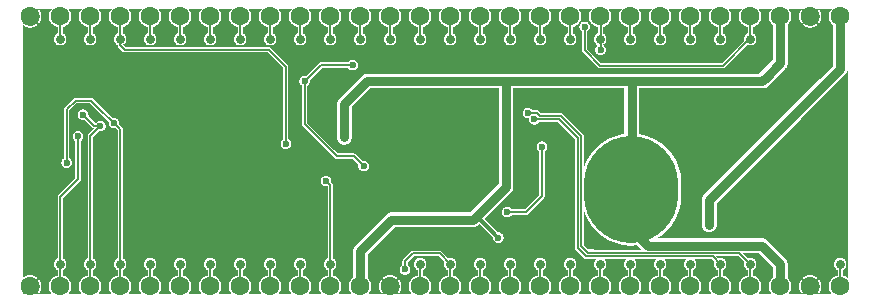
<source format=gbr>
G04 start of page 3 for group 1 idx 1 *
G04 Title: (unknown), bottom *
G04 Creator: pcb 1.99z *
G04 CreationDate: Sun Aug  4 21:18:56 2019 UTC *
G04 For: matt *
G04 Format: Gerber/RS-274X *
G04 PCB-Dimensions (mm): 152.40 127.00 *
G04 PCB-Coordinate-Origin: lower left *
%MOMM*%
%FSLAX43Y43*%
%LNBOTTOM*%
%ADD30C,1.000*%
%ADD29C,0.600*%
%ADD28C,0.766*%
%ADD27C,0.600*%
%ADD26C,1.600*%
%ADD25C,7.950*%
%ADD24C,0.750*%
%ADD23C,0.300*%
%ADD22C,0.150*%
%ADD21C,0.002*%
G54D21*G36*
X102395Y81364D02*X102397Y81350D01*
X102400Y81280D01*
X102397Y81210D01*
X102395Y81196D01*
Y81364D01*
G37*
G36*
Y81915D02*X103433D01*
X103369Y81840D01*
X103291Y81713D01*
X103234Y81574D01*
X103199Y81429D01*
X103187Y81280D01*
X103199Y81131D01*
X103234Y80986D01*
X103291Y80847D01*
X103369Y80720D01*
X103466Y80606D01*
X103511Y80568D01*
Y77101D01*
X102395Y75985D01*
Y80761D01*
X102422Y80802D01*
X102461Y80876D01*
X102493Y80953D01*
X102518Y81033D01*
X102536Y81114D01*
X102547Y81197D01*
X102551Y81280D01*
X102547Y81363D01*
X102536Y81446D01*
X102518Y81527D01*
X102493Y81607D01*
X102461Y81684D01*
X102422Y81758D01*
X102395Y81800D01*
Y81915D01*
G37*
G36*
X101600D02*X102395D01*
Y81800D01*
X102377Y81828D01*
X102370Y81837D01*
X102361Y81845D01*
X102351Y81851D01*
X102340Y81856D01*
X102328Y81859D01*
X102316Y81860D01*
X102304Y81859D01*
X102293Y81857D01*
X102282Y81852D01*
X102271Y81846D01*
X102262Y81839D01*
X102254Y81830D01*
X102248Y81820D01*
X102243Y81809D01*
X102240Y81797D01*
X102239Y81785D01*
X102240Y81773D01*
X102243Y81762D01*
X102247Y81751D01*
X102253Y81740D01*
X102292Y81682D01*
X102324Y81620D01*
X102351Y81555D01*
X102372Y81488D01*
X102388Y81420D01*
X102395Y81364D01*
Y81196D01*
X102388Y81140D01*
X102372Y81072D01*
X102351Y81005D01*
X102324Y80940D01*
X102292Y80878D01*
X102254Y80819D01*
X102248Y80809D01*
X102243Y80798D01*
X102241Y80787D01*
X102240Y80775D01*
X102241Y80763D01*
X102244Y80752D01*
X102249Y80741D01*
X102255Y80731D01*
X102263Y80722D01*
X102272Y80714D01*
X102282Y80708D01*
X102293Y80704D01*
X102304Y80701D01*
X102316Y80701D01*
X102328Y80702D01*
X102339Y80705D01*
X102350Y80709D01*
X102360Y80716D01*
X102369Y80723D01*
X102376Y80733D01*
X102395Y80761D01*
Y75985D01*
X101600Y75190D01*
Y80329D01*
X101683Y80333D01*
X101766Y80344D01*
X101847Y80362D01*
X101927Y80387D01*
X102004Y80419D01*
X102078Y80458D01*
X102148Y80503D01*
X102157Y80510D01*
X102165Y80519D01*
X102171Y80529D01*
X102176Y80540D01*
X102179Y80552D01*
X102180Y80564D01*
X102179Y80576D01*
X102177Y80587D01*
X102172Y80598D01*
X102166Y80609D01*
X102159Y80618D01*
X102150Y80626D01*
X102140Y80632D01*
X102129Y80637D01*
X102117Y80640D01*
X102105Y80641D01*
X102093Y80640D01*
X102082Y80637D01*
X102071Y80633D01*
X102060Y80627D01*
X102002Y80588D01*
X101940Y80556D01*
X101875Y80529D01*
X101808Y80508D01*
X101740Y80492D01*
X101670Y80483D01*
X101600Y80480D01*
Y81915D01*
G37*
G36*
X102395Y58504D02*X102397Y58490D01*
X102400Y58420D01*
X102397Y58350D01*
X102395Y58336D01*
Y58504D01*
G37*
G36*
Y74206D02*X104567Y76378D01*
X104586Y76394D01*
X104650Y76469D01*
X104650Y76469D01*
X104702Y76554D01*
X104740Y76645D01*
X104763Y76741D01*
X104771Y76840D01*
X104769Y76865D01*
Y80568D01*
X104775Y80573D01*
Y59127D01*
X104700Y59191D01*
X104573Y59269D01*
X104434Y59326D01*
X104365Y59343D01*
Y59836D01*
X104383Y59843D01*
X104454Y59887D01*
X104518Y59942D01*
X104573Y60006D01*
X104617Y60077D01*
X104649Y60155D01*
X104668Y60236D01*
X104673Y60320D01*
Y60325D01*
X104668Y60409D01*
X104649Y60490D01*
X104617Y60568D01*
X104573Y60639D01*
X104518Y60703D01*
X104454Y60758D01*
X104383Y60802D01*
X104305Y60834D01*
X104224Y60853D01*
X104140Y60860D01*
X104056Y60853D01*
X103975Y60834D01*
X103897Y60802D01*
X103826Y60758D01*
X103762Y60703D01*
X103707Y60639D01*
X103663Y60568D01*
X103631Y60490D01*
X103612Y60409D01*
X103607Y60325D01*
Y60320D01*
X103612Y60236D01*
X103631Y60155D01*
X103663Y60077D01*
X103707Y60006D01*
X103762Y59942D01*
X103826Y59887D01*
X103897Y59843D01*
X103915Y59836D01*
Y59343D01*
X103846Y59326D01*
X103707Y59269D01*
X103580Y59191D01*
X103466Y59094D01*
X103369Y58980D01*
X103291Y58853D01*
X103234Y58714D01*
X103199Y58569D01*
X103187Y58420D01*
X103199Y58271D01*
X103234Y58126D01*
X103291Y57987D01*
X103369Y57860D01*
X103433Y57785D01*
X102395D01*
Y57901D01*
X102422Y57942D01*
X102461Y58016D01*
X102493Y58093D01*
X102518Y58173D01*
X102536Y58254D01*
X102547Y58337D01*
X102551Y58420D01*
X102547Y58503D01*
X102536Y58586D01*
X102518Y58667D01*
X102493Y58747D01*
X102461Y58824D01*
X102422Y58898D01*
X102395Y58940D01*
Y74206D01*
G37*
G36*
X101600Y73411D02*X102395Y74206D01*
Y58940D01*
X102377Y58968D01*
X102370Y58977D01*
X102361Y58985D01*
X102351Y58991D01*
X102340Y58996D01*
X102328Y58999D01*
X102316Y59000D01*
X102304Y58999D01*
X102293Y58997D01*
X102282Y58992D01*
X102271Y58986D01*
X102262Y58979D01*
X102254Y58970D01*
X102248Y58960D01*
X102243Y58949D01*
X102240Y58937D01*
X102239Y58925D01*
X102240Y58913D01*
X102243Y58902D01*
X102247Y58891D01*
X102253Y58880D01*
X102292Y58822D01*
X102324Y58760D01*
X102351Y58695D01*
X102372Y58628D01*
X102388Y58560D01*
X102395Y58504D01*
Y58336D01*
X102388Y58280D01*
X102372Y58212D01*
X102351Y58145D01*
X102324Y58080D01*
X102292Y58018D01*
X102254Y57959D01*
X102248Y57949D01*
X102243Y57938D01*
X102241Y57927D01*
X102240Y57915D01*
X102241Y57903D01*
X102244Y57892D01*
X102249Y57881D01*
X102255Y57871D01*
X102263Y57862D01*
X102272Y57854D01*
X102282Y57848D01*
X102293Y57844D01*
X102304Y57841D01*
X102316Y57841D01*
X102328Y57842D01*
X102339Y57845D01*
X102350Y57849D01*
X102360Y57856D01*
X102369Y57863D01*
X102376Y57873D01*
X102395Y57901D01*
Y57785D01*
X101600D01*
Y59220D01*
X101670Y59217D01*
X101740Y59208D01*
X101808Y59192D01*
X101875Y59171D01*
X101940Y59144D01*
X102002Y59112D01*
X102061Y59074D01*
X102071Y59068D01*
X102082Y59063D01*
X102093Y59061D01*
X102105Y59060D01*
X102117Y59061D01*
X102128Y59064D01*
X102139Y59069D01*
X102149Y59075D01*
X102158Y59083D01*
X102166Y59092D01*
X102172Y59102D01*
X102176Y59113D01*
X102179Y59124D01*
X102179Y59136D01*
X102178Y59148D01*
X102175Y59159D01*
X102171Y59170D01*
X102164Y59180D01*
X102157Y59189D01*
X102147Y59196D01*
X102078Y59242D01*
X102004Y59281D01*
X101927Y59313D01*
X101847Y59338D01*
X101766Y59356D01*
X101683Y59367D01*
X101600Y59371D01*
Y73411D01*
G37*
G36*
X100805Y81915D02*X101600D01*
Y80480D01*
X101600Y80480D01*
X101530Y80483D01*
X101460Y80492D01*
X101392Y80508D01*
X101325Y80529D01*
X101260Y80556D01*
X101198Y80588D01*
X101139Y80626D01*
X101129Y80632D01*
X101118Y80637D01*
X101107Y80639D01*
X101095Y80640D01*
X101083Y80639D01*
X101072Y80636D01*
X101061Y80631D01*
X101051Y80625D01*
X101042Y80617D01*
X101034Y80608D01*
X101028Y80598D01*
X101024Y80587D01*
X101021Y80576D01*
X101021Y80564D01*
X101022Y80552D01*
X101025Y80541D01*
X101029Y80530D01*
X101036Y80520D01*
X101043Y80511D01*
X101053Y80504D01*
X101122Y80458D01*
X101196Y80419D01*
X101273Y80387D01*
X101353Y80362D01*
X101434Y80344D01*
X101517Y80333D01*
X101600Y80329D01*
X101600Y80329D01*
Y75190D01*
X100805Y74394D01*
Y80760D01*
X100823Y80732D01*
X100830Y80723D01*
X100839Y80715D01*
X100849Y80709D01*
X100860Y80704D01*
X100872Y80701D01*
X100884Y80700D01*
X100896Y80701D01*
X100907Y80703D01*
X100918Y80708D01*
X100929Y80714D01*
X100938Y80721D01*
X100946Y80730D01*
X100952Y80740D01*
X100957Y80751D01*
X100960Y80763D01*
X100961Y80775D01*
X100960Y80787D01*
X100957Y80798D01*
X100953Y80809D01*
X100947Y80820D01*
X100908Y80878D01*
X100876Y80940D01*
X100849Y81005D01*
X100828Y81072D01*
X100812Y81140D01*
X100805Y81196D01*
Y81364D01*
X100812Y81420D01*
X100828Y81488D01*
X100849Y81555D01*
X100876Y81620D01*
X100908Y81682D01*
X100946Y81741D01*
X100952Y81751D01*
X100957Y81762D01*
X100959Y81773D01*
X100960Y81785D01*
X100959Y81797D01*
X100956Y81808D01*
X100951Y81819D01*
X100945Y81829D01*
X100937Y81838D01*
X100928Y81846D01*
X100918Y81852D01*
X100907Y81856D01*
X100896Y81859D01*
X100884Y81859D01*
X100872Y81858D01*
X100861Y81855D01*
X100850Y81851D01*
X100840Y81844D01*
X100831Y81837D01*
X100824Y81827D01*
X100805Y81799D01*
Y81915D01*
G37*
G36*
Y72615D02*X101600Y73411D01*
Y59371D01*
X101600Y59371D01*
X101517Y59367D01*
X101434Y59356D01*
X101353Y59338D01*
X101273Y59313D01*
X101196Y59281D01*
X101122Y59242D01*
X101052Y59197D01*
X101043Y59190D01*
X101035Y59181D01*
X101029Y59171D01*
X101024Y59160D01*
X101021Y59148D01*
X101020Y59136D01*
X101021Y59124D01*
X101023Y59113D01*
X101028Y59102D01*
X101034Y59091D01*
X101041Y59082D01*
X101050Y59074D01*
X101060Y59068D01*
X101071Y59063D01*
X101083Y59060D01*
X101095Y59059D01*
X101107Y59060D01*
X101118Y59063D01*
X101129Y59067D01*
X101140Y59073D01*
X101198Y59112D01*
X101260Y59144D01*
X101325Y59171D01*
X101392Y59192D01*
X101460Y59208D01*
X101530Y59217D01*
X101600Y59220D01*
X101600Y59220D01*
Y57785D01*
X100805D01*
Y57900D01*
X100823Y57872D01*
X100830Y57863D01*
X100839Y57855D01*
X100849Y57849D01*
X100860Y57844D01*
X100872Y57841D01*
X100884Y57840D01*
X100896Y57841D01*
X100907Y57843D01*
X100918Y57848D01*
X100929Y57854D01*
X100938Y57861D01*
X100946Y57870D01*
X100952Y57880D01*
X100957Y57891D01*
X100960Y57903D01*
X100961Y57915D01*
X100960Y57927D01*
X100957Y57938D01*
X100953Y57949D01*
X100947Y57960D01*
X100908Y58018D01*
X100876Y58080D01*
X100849Y58145D01*
X100828Y58212D01*
X100812Y58280D01*
X100805Y58336D01*
Y58504D01*
X100812Y58560D01*
X100828Y58628D01*
X100849Y58695D01*
X100876Y58760D01*
X100908Y58822D01*
X100946Y58881D01*
X100952Y58891D01*
X100957Y58902D01*
X100959Y58913D01*
X100960Y58925D01*
X100959Y58937D01*
X100956Y58948D01*
X100951Y58959D01*
X100945Y58969D01*
X100937Y58978D01*
X100928Y58986D01*
X100918Y58992D01*
X100907Y58996D01*
X100896Y58999D01*
X100884Y58999D01*
X100872Y58998D01*
X100861Y58995D01*
X100850Y58991D01*
X100840Y58984D01*
X100831Y58977D01*
X100824Y58967D01*
X100805Y58939D01*
Y72615D01*
G37*
G36*
Y58336D02*X100803Y58350D01*
X100800Y58420D01*
X100803Y58490D01*
X100805Y58504D01*
Y58336D01*
G37*
G36*
Y81196D02*X100803Y81210D01*
X100800Y81280D01*
X100803Y81350D01*
X100805Y81364D01*
Y81196D01*
G37*
G36*
X92623Y66212D02*X92604Y66196D01*
X92540Y66121D01*
X92488Y66036D01*
X92450Y65945D01*
X92427Y65849D01*
X92419Y65750D01*
X92421Y65725D01*
Y63650D01*
X92427Y63551D01*
X92450Y63455D01*
X92488Y63364D01*
X92540Y63279D01*
X92604Y63204D01*
X92679Y63140D01*
X92764Y63088D01*
X92855Y63050D01*
X92951Y63027D01*
X93050Y63019D01*
X93149Y63027D01*
X93245Y63050D01*
X93336Y63088D01*
X93421Y63140D01*
X93496Y63204D01*
X93560Y63279D01*
X93612Y63364D01*
X93650Y63455D01*
X93673Y63551D01*
X93679Y63650D01*
Y65489D01*
X100805Y72615D01*
Y58939D01*
X100778Y58898D01*
X100739Y58824D01*
X100707Y58747D01*
X100682Y58667D01*
X100664Y58586D01*
X100653Y58503D01*
X100649Y58420D01*
X100653Y58337D01*
X100664Y58254D01*
X100682Y58173D01*
X100707Y58093D01*
X100739Y58016D01*
X100778Y57942D01*
X100805Y57900D01*
Y57785D01*
X99767D01*
X99831Y57860D01*
X99909Y57987D01*
X99966Y58126D01*
X100001Y58271D01*
X100010Y58420D01*
X100001Y58569D01*
X99966Y58714D01*
X99909Y58853D01*
X99831Y58980D01*
X99734Y59094D01*
X99689Y59132D01*
Y60298D01*
X99691Y60323D01*
X99683Y60421D01*
X99660Y60517D01*
X99622Y60609D01*
X99570Y60693D01*
X99570Y60693D01*
X99506Y60769D01*
X99487Y60785D01*
X98075Y62197D01*
X98060Y62221D01*
X97996Y62296D01*
X97921Y62360D01*
X97836Y62412D01*
X97745Y62450D01*
X97649Y62473D01*
X97579Y62477D01*
X97533Y62481D01*
X97508Y62479D01*
X88635D01*
X88943Y62668D01*
X89450Y63100D01*
X89882Y63607D01*
X90230Y64174D01*
X90484Y64789D01*
X90640Y65436D01*
X90679Y66100D01*
Y67150D01*
X90640Y67814D01*
X90484Y68461D01*
X90230Y69076D01*
X89882Y69643D01*
X89450Y70150D01*
X88943Y70582D01*
X88376Y70930D01*
X87761Y71184D01*
X87129Y71336D01*
Y75171D01*
X97525D01*
X97550Y75169D01*
X97649Y75177D01*
X97745Y75200D01*
X97836Y75238D01*
X97921Y75290D01*
X97996Y75354D01*
X98012Y75373D01*
X98170Y75530D01*
X98182Y75543D01*
X98195Y75555D01*
X99487Y76848D01*
X99506Y76864D01*
X99570Y76939D01*
X99570Y76939D01*
X99622Y77024D01*
X99660Y77115D01*
X99683Y77211D01*
X99691Y77310D01*
X99689Y77335D01*
Y80568D01*
X99734Y80606D01*
X99831Y80720D01*
X99909Y80847D01*
X99966Y80986D01*
X100001Y81131D01*
X100010Y81280D01*
X100001Y81429D01*
X99966Y81574D01*
X99909Y81713D01*
X99831Y81840D01*
X99767Y81915D01*
X100805D01*
Y81799D01*
X100778Y81758D01*
X100739Y81684D01*
X100707Y81607D01*
X100682Y81527D01*
X100664Y81446D01*
X100653Y81363D01*
X100649Y81280D01*
X100653Y81197D01*
X100664Y81114D01*
X100682Y81033D01*
X100707Y80953D01*
X100739Y80876D01*
X100778Y80802D01*
X100805Y80760D01*
Y74394D01*
X92623Y66212D01*
G37*
G36*
X83820Y70465D02*Y73660D01*
X85871D01*
Y71346D01*
X85786Y71340D01*
X85139Y71184D01*
X84524Y70930D01*
X83957Y70582D01*
X83820Y70465D01*
G37*
G36*
X83408Y70100D02*X82425D01*
Y71141D01*
X82426Y71150D01*
X82423Y71185D01*
X82415Y71220D01*
X82401Y71252D01*
X82383Y71283D01*
X82383Y71283D01*
X82360Y71310D01*
X82353Y71315D01*
X80665Y73003D01*
X80660Y73010D01*
X80633Y73033D01*
X80633Y73033D01*
X80602Y73051D01*
X80570Y73065D01*
X80535Y73073D01*
X80500Y73076D01*
X80491Y73075D01*
X78793D01*
X78615Y73253D01*
X78610Y73260D01*
X78583Y73283D01*
X78583Y73283D01*
X78552Y73301D01*
X78520Y73315D01*
X78485Y73323D01*
X78450Y73326D01*
X78441Y73325D01*
X78090D01*
X78065Y73365D01*
X78019Y73419D01*
X77965Y73465D01*
X77905Y73502D01*
X77839Y73529D01*
X77771Y73546D01*
X77700Y73551D01*
X77629Y73546D01*
X77561Y73529D01*
X77495Y73502D01*
X77435Y73465D01*
X77381Y73419D01*
X77335Y73365D01*
X77298Y73305D01*
X77271Y73239D01*
X77254Y73171D01*
X77249Y73100D01*
X77254Y73029D01*
X77271Y72961D01*
X77298Y72895D01*
X77335Y72835D01*
X77381Y72781D01*
X77435Y72735D01*
X77495Y72698D01*
X77561Y72671D01*
X77629Y72654D01*
X77700Y72649D01*
X77771Y72654D01*
X77815Y72665D01*
X77804Y72621D01*
X77799Y72550D01*
X77804Y72479D01*
X77821Y72411D01*
X77848Y72345D01*
X77885Y72285D01*
X77931Y72231D01*
X77985Y72185D01*
X78045Y72148D01*
X78111Y72121D01*
X78179Y72104D01*
X78250Y72099D01*
X78321Y72104D01*
X78389Y72121D01*
X78455Y72148D01*
X78515Y72185D01*
X78569Y72231D01*
X78615Y72285D01*
X78640Y72325D01*
X80257D01*
X81675Y70907D01*
Y70100D01*
X79325D01*
X79329Y70111D01*
X79346Y70179D01*
X79350Y70250D01*
X79346Y70321D01*
X79329Y70389D01*
X79302Y70455D01*
X79265Y70515D01*
X79219Y70569D01*
X79165Y70615D01*
X79105Y70652D01*
X79039Y70679D01*
X78971Y70696D01*
X78900Y70701D01*
X78829Y70696D01*
X78761Y70679D01*
X78695Y70652D01*
X78635Y70615D01*
X78581Y70569D01*
X78535Y70515D01*
X78498Y70455D01*
X78471Y70389D01*
X78454Y70321D01*
X78449Y70250D01*
X78454Y70179D01*
X78471Y70111D01*
X78475Y70100D01*
X76479D01*
Y75171D01*
X83850D01*
Y70491D01*
X83450Y70150D01*
X83408Y70100D01*
G37*
G36*
X83050Y72850D02*Y75171D01*
X85871D01*
Y72850D01*
X83050D01*
G37*
G36*
X83800Y70750D02*Y70448D01*
X83450Y70150D01*
X83018Y69643D01*
X82670Y69076D01*
X82425Y68484D01*
Y70750D01*
X83800D01*
G37*
G36*
X61299Y78959D02*X61338Y78992D01*
X61393Y79056D01*
X61437Y79127D01*
X61469Y79205D01*
X61488Y79286D01*
X61493Y79370D01*
Y79375D01*
X61488Y79459D01*
X61469Y79540D01*
X61437Y79618D01*
X61393Y79689D01*
X61338Y79753D01*
X61299Y79786D01*
Y80392D01*
X61393Y80431D01*
X61520Y80509D01*
X61634Y80606D01*
X61731Y80720D01*
X61809Y80847D01*
X61866Y80986D01*
X61901Y81131D01*
X61910Y81280D01*
X61901Y81429D01*
X61866Y81574D01*
X61809Y81713D01*
X61731Y81840D01*
X61667Y81915D01*
X62793D01*
X62729Y81840D01*
X62651Y81713D01*
X62594Y81574D01*
X62559Y81429D01*
X62547Y81280D01*
X62559Y81131D01*
X62594Y80986D01*
X62651Y80847D01*
X62729Y80720D01*
X62826Y80606D01*
X62940Y80509D01*
X63067Y80431D01*
X63206Y80374D01*
X63275Y80357D01*
Y79859D01*
X63257Y79852D01*
X63186Y79808D01*
X63122Y79753D01*
X63067Y79689D01*
X63023Y79618D01*
X62991Y79540D01*
X62972Y79459D01*
X62967Y79375D01*
Y79370D01*
X62972Y79286D01*
X62991Y79205D01*
X63023Y79127D01*
X63067Y79056D01*
X63122Y78992D01*
X63186Y78937D01*
X63257Y78893D01*
X63335Y78861D01*
X63416Y78842D01*
X63500Y78835D01*
X63584Y78842D01*
X63665Y78861D01*
X63743Y78893D01*
X63814Y78937D01*
X63878Y78992D01*
X63933Y79056D01*
X63977Y79127D01*
X64009Y79205D01*
X64028Y79286D01*
X64033Y79370D01*
Y79375D01*
X64028Y79459D01*
X64009Y79540D01*
X63977Y79618D01*
X63933Y79689D01*
X63878Y79753D01*
X63814Y79808D01*
X63743Y79852D01*
X63725Y79859D01*
Y80357D01*
X63794Y80374D01*
X63933Y80431D01*
X64060Y80509D01*
X64174Y80606D01*
X64271Y80720D01*
X64349Y80847D01*
X64406Y80986D01*
X64441Y81131D01*
X64450Y81280D01*
X64441Y81429D01*
X64406Y81574D01*
X64349Y81713D01*
X64271Y81840D01*
X64207Y81915D01*
X65333D01*
X65269Y81840D01*
X65191Y81713D01*
X65134Y81574D01*
X65099Y81429D01*
X65087Y81280D01*
X65099Y81131D01*
X65134Y80986D01*
X65191Y80847D01*
X65269Y80720D01*
X65366Y80606D01*
X65480Y80509D01*
X65607Y80431D01*
X65746Y80374D01*
X65815Y80357D01*
Y79859D01*
X65797Y79852D01*
X65726Y79808D01*
X65662Y79753D01*
X65607Y79689D01*
X65563Y79618D01*
X65531Y79540D01*
X65512Y79459D01*
X65507Y79375D01*
Y79370D01*
X65512Y79286D01*
X65531Y79205D01*
X65563Y79127D01*
X65607Y79056D01*
X65662Y78992D01*
X65726Y78937D01*
X65797Y78893D01*
X65875Y78861D01*
X65956Y78842D01*
X66040Y78835D01*
X66124Y78842D01*
X66205Y78861D01*
X66283Y78893D01*
X66354Y78937D01*
X66418Y78992D01*
X66473Y79056D01*
X66517Y79127D01*
X66549Y79205D01*
X66568Y79286D01*
X66573Y79370D01*
Y79375D01*
X66568Y79459D01*
X66549Y79540D01*
X66517Y79618D01*
X66473Y79689D01*
X66418Y79753D01*
X66354Y79808D01*
X66283Y79852D01*
X66265Y79859D01*
Y80357D01*
X66334Y80374D01*
X66473Y80431D01*
X66600Y80509D01*
X66714Y80606D01*
X66811Y80720D01*
X66889Y80847D01*
X66946Y80986D01*
X66981Y81131D01*
X66990Y81280D01*
X66981Y81429D01*
X66946Y81574D01*
X66889Y81713D01*
X66811Y81840D01*
X66747Y81915D01*
X67873D01*
X67809Y81840D01*
X67731Y81713D01*
X67674Y81574D01*
X67639Y81429D01*
X67627Y81280D01*
X67639Y81131D01*
X67674Y80986D01*
X67731Y80847D01*
X67809Y80720D01*
X67906Y80606D01*
X68020Y80509D01*
X68147Y80431D01*
X68286Y80374D01*
X68355Y80357D01*
Y79859D01*
X68337Y79852D01*
X68266Y79808D01*
X68202Y79753D01*
X68147Y79689D01*
X68103Y79618D01*
X68071Y79540D01*
X68052Y79459D01*
X68047Y79375D01*
Y79370D01*
X68052Y79286D01*
X68071Y79205D01*
X68103Y79127D01*
X68147Y79056D01*
X68202Y78992D01*
X68266Y78937D01*
X68337Y78893D01*
X68415Y78861D01*
X68496Y78842D01*
X68580Y78835D01*
X68664Y78842D01*
X68745Y78861D01*
X68823Y78893D01*
X68894Y78937D01*
X68958Y78992D01*
X69013Y79056D01*
X69057Y79127D01*
X69089Y79205D01*
X69108Y79286D01*
X69113Y79370D01*
Y79375D01*
X69108Y79459D01*
X69089Y79540D01*
X69057Y79618D01*
X69013Y79689D01*
X68958Y79753D01*
X68894Y79808D01*
X68823Y79852D01*
X68805Y79859D01*
Y80357D01*
X68874Y80374D01*
X69013Y80431D01*
X69140Y80509D01*
X69254Y80606D01*
X69351Y80720D01*
X69429Y80847D01*
X69486Y80986D01*
X69521Y81131D01*
X69530Y81280D01*
X69521Y81429D01*
X69486Y81574D01*
X69429Y81713D01*
X69351Y81840D01*
X69287Y81915D01*
X70413D01*
X70349Y81840D01*
X70271Y81713D01*
X70214Y81574D01*
X70179Y81429D01*
X70167Y81280D01*
X70179Y81131D01*
X70214Y80986D01*
X70271Y80847D01*
X70349Y80720D01*
X70446Y80606D01*
X70560Y80509D01*
X70687Y80431D01*
X70826Y80374D01*
X70895Y80357D01*
Y79859D01*
X70877Y79852D01*
X70806Y79808D01*
X70742Y79753D01*
X70687Y79689D01*
X70643Y79618D01*
X70611Y79540D01*
X70592Y79459D01*
X70587Y79375D01*
Y79370D01*
X70592Y79286D01*
X70611Y79205D01*
X70643Y79127D01*
X70687Y79056D01*
X70742Y78992D01*
X70806Y78937D01*
X70877Y78893D01*
X70955Y78861D01*
X71036Y78842D01*
X71120Y78835D01*
X71204Y78842D01*
X71285Y78861D01*
X71363Y78893D01*
X71434Y78937D01*
X71498Y78992D01*
X71553Y79056D01*
X71597Y79127D01*
X71629Y79205D01*
X71648Y79286D01*
X71653Y79370D01*
Y79375D01*
X71648Y79459D01*
X71629Y79540D01*
X71597Y79618D01*
X71553Y79689D01*
X71498Y79753D01*
X71434Y79808D01*
X71363Y79852D01*
X71345Y79859D01*
Y80357D01*
X71414Y80374D01*
X71553Y80431D01*
X71680Y80509D01*
X71794Y80606D01*
X71891Y80720D01*
X71969Y80847D01*
X72026Y80986D01*
X72061Y81131D01*
X72070Y81280D01*
X72061Y81429D01*
X72026Y81574D01*
X71969Y81713D01*
X71891Y81840D01*
X71827Y81915D01*
X72953D01*
X72889Y81840D01*
X72811Y81713D01*
X72754Y81574D01*
X72719Y81429D01*
X72707Y81280D01*
X72719Y81131D01*
X72754Y80986D01*
X72811Y80847D01*
X72889Y80720D01*
X72986Y80606D01*
X73100Y80509D01*
X73227Y80431D01*
X73366Y80374D01*
X73435Y80357D01*
Y79859D01*
X73417Y79852D01*
X73346Y79808D01*
X73282Y79753D01*
X73227Y79689D01*
X73183Y79618D01*
X73151Y79540D01*
X73132Y79459D01*
X73127Y79375D01*
Y79370D01*
X73132Y79286D01*
X73151Y79205D01*
X73183Y79127D01*
X73227Y79056D01*
X73282Y78992D01*
X73346Y78937D01*
X73417Y78893D01*
X73495Y78861D01*
X73576Y78842D01*
X73660Y78835D01*
X73744Y78842D01*
X73825Y78861D01*
X73903Y78893D01*
X73974Y78937D01*
X74038Y78992D01*
X74093Y79056D01*
X74137Y79127D01*
X74169Y79205D01*
X74188Y79286D01*
X74193Y79370D01*
Y79375D01*
X74188Y79459D01*
X74169Y79540D01*
X74137Y79618D01*
X74093Y79689D01*
X74038Y79753D01*
X73974Y79808D01*
X73903Y79852D01*
X73885Y79859D01*
Y80357D01*
X73954Y80374D01*
X74093Y80431D01*
X74220Y80509D01*
X74334Y80606D01*
X74431Y80720D01*
X74509Y80847D01*
X74566Y80986D01*
X74601Y81131D01*
X74610Y81280D01*
X74601Y81429D01*
X74566Y81574D01*
X74509Y81713D01*
X74431Y81840D01*
X74367Y81915D01*
X75493D01*
X75429Y81840D01*
X75351Y81713D01*
X75294Y81574D01*
X75259Y81429D01*
X75247Y81280D01*
X75259Y81131D01*
X75294Y80986D01*
X75351Y80847D01*
X75429Y80720D01*
X75526Y80606D01*
X75640Y80509D01*
X75767Y80431D01*
X75906Y80374D01*
X75975Y80357D01*
Y79859D01*
X75957Y79852D01*
X75886Y79808D01*
X75822Y79753D01*
X75767Y79689D01*
X75723Y79618D01*
X75691Y79540D01*
X75672Y79459D01*
X75667Y79375D01*
Y79370D01*
X75672Y79286D01*
X75691Y79205D01*
X75723Y79127D01*
X75767Y79056D01*
X75822Y78992D01*
X75886Y78937D01*
X75957Y78893D01*
X76035Y78861D01*
X76116Y78842D01*
X76200Y78835D01*
X76284Y78842D01*
X76365Y78861D01*
X76443Y78893D01*
X76514Y78937D01*
X76578Y78992D01*
X76633Y79056D01*
X76677Y79127D01*
X76709Y79205D01*
X76728Y79286D01*
X76733Y79370D01*
Y79375D01*
X76728Y79459D01*
X76709Y79540D01*
X76677Y79618D01*
X76633Y79689D01*
X76578Y79753D01*
X76514Y79808D01*
X76443Y79852D01*
X76425Y79859D01*
Y80357D01*
X76494Y80374D01*
X76633Y80431D01*
X76760Y80509D01*
X76874Y80606D01*
X76971Y80720D01*
X77049Y80847D01*
X77106Y80986D01*
X77141Y81131D01*
X77150Y81280D01*
X77141Y81429D01*
X77106Y81574D01*
X77049Y81713D01*
X76971Y81840D01*
X76907Y81915D01*
X78033D01*
X77969Y81840D01*
X77891Y81713D01*
X77834Y81574D01*
X77799Y81429D01*
X77787Y81280D01*
X77799Y81131D01*
X77834Y80986D01*
X77891Y80847D01*
X77969Y80720D01*
X78066Y80606D01*
X78180Y80509D01*
X78307Y80431D01*
X78446Y80374D01*
X78515Y80357D01*
Y79859D01*
X78497Y79852D01*
X78426Y79808D01*
X78362Y79753D01*
X78307Y79689D01*
X78263Y79618D01*
X78231Y79540D01*
X78212Y79459D01*
X78207Y79375D01*
Y79370D01*
X78212Y79286D01*
X78231Y79205D01*
X78263Y79127D01*
X78307Y79056D01*
X78362Y78992D01*
X78426Y78937D01*
X78497Y78893D01*
X78575Y78861D01*
X78656Y78842D01*
X78740Y78835D01*
X78824Y78842D01*
X78905Y78861D01*
X78983Y78893D01*
X79054Y78937D01*
X79118Y78992D01*
X79173Y79056D01*
X79217Y79127D01*
X79249Y79205D01*
X79268Y79286D01*
X79273Y79370D01*
Y79375D01*
X79268Y79459D01*
X79249Y79540D01*
X79217Y79618D01*
X79173Y79689D01*
X79118Y79753D01*
X79054Y79808D01*
X78983Y79852D01*
X78965Y79859D01*
Y80357D01*
X79034Y80374D01*
X79173Y80431D01*
X79300Y80509D01*
X79414Y80606D01*
X79511Y80720D01*
X79589Y80847D01*
X79646Y80986D01*
X79681Y81131D01*
X79690Y81280D01*
X79681Y81429D01*
X79646Y81574D01*
X79589Y81713D01*
X79511Y81840D01*
X79447Y81915D01*
X80573D01*
X80509Y81840D01*
X80431Y81713D01*
X80374Y81574D01*
X80339Y81429D01*
X80327Y81280D01*
X80339Y81131D01*
X80374Y80986D01*
X80431Y80847D01*
X80509Y80720D01*
X80606Y80606D01*
X80720Y80509D01*
X80847Y80431D01*
X80986Y80374D01*
X81055Y80357D01*
Y79859D01*
X81037Y79852D01*
X80966Y79808D01*
X80902Y79753D01*
X80847Y79689D01*
X80803Y79618D01*
X80771Y79540D01*
X80752Y79459D01*
X80747Y79375D01*
Y79370D01*
X80752Y79286D01*
X80771Y79205D01*
X80803Y79127D01*
X80847Y79056D01*
X80902Y78992D01*
X80966Y78937D01*
X81037Y78893D01*
X81115Y78861D01*
X81196Y78842D01*
X81280Y78835D01*
X81364Y78842D01*
X81445Y78861D01*
X81523Y78893D01*
X81594Y78937D01*
X81658Y78992D01*
X81713Y79056D01*
X81757Y79127D01*
X81789Y79205D01*
X81808Y79286D01*
X81813Y79370D01*
Y79375D01*
X81808Y79459D01*
X81789Y79540D01*
X81757Y79618D01*
X81713Y79689D01*
X81658Y79753D01*
X81594Y79808D01*
X81523Y79852D01*
X81505Y79859D01*
Y80357D01*
X81574Y80374D01*
X81713Y80431D01*
X81840Y80509D01*
X81954Y80606D01*
X82051Y80720D01*
X82129Y80847D01*
X82186Y80986D01*
X82221Y81131D01*
X82230Y81280D01*
X82221Y81429D01*
X82186Y81574D01*
X82129Y81713D01*
X82051Y81840D01*
X81987Y81915D01*
X83113D01*
X83049Y81840D01*
X82971Y81713D01*
X82914Y81574D01*
X82879Y81429D01*
X82867Y81280D01*
X82879Y81131D01*
X82914Y80986D01*
X82971Y80847D01*
X83049Y80720D01*
X83146Y80606D01*
X83260Y80509D01*
X83387Y80431D01*
X83526Y80374D01*
X83625Y80350D01*
Y79871D01*
X83577Y79852D01*
X83506Y79808D01*
X83442Y79753D01*
X83387Y79689D01*
X83343Y79618D01*
X83311Y79540D01*
X83292Y79459D01*
X83287Y79375D01*
Y79370D01*
X83292Y79286D01*
X83311Y79205D01*
X83343Y79127D01*
X83387Y79056D01*
X83442Y78992D01*
X83506Y78937D01*
X83577Y78893D01*
X83625Y78874D01*
Y78840D01*
X83585Y78815D01*
X83531Y78769D01*
X83485Y78715D01*
X83448Y78655D01*
X83421Y78589D01*
X83404Y78521D01*
X83399Y78450D01*
X83404Y78379D01*
X83421Y78311D01*
X83448Y78245D01*
X83485Y78185D01*
X83531Y78131D01*
X83585Y78085D01*
X83645Y78048D01*
X83711Y78021D01*
X83779Y78004D01*
X83850Y77999D01*
X83921Y78004D01*
X83989Y78021D01*
X84055Y78048D01*
X84115Y78085D01*
X84169Y78131D01*
X84215Y78185D01*
X84252Y78245D01*
X84279Y78311D01*
X84296Y78379D01*
X84300Y78450D01*
X84296Y78521D01*
X84279Y78589D01*
X84252Y78655D01*
X84215Y78715D01*
X84169Y78769D01*
X84115Y78815D01*
X84075Y78840D01*
Y78901D01*
X84134Y78937D01*
X84198Y78992D01*
X84253Y79056D01*
X84297Y79127D01*
X84329Y79205D01*
X84348Y79286D01*
X84353Y79370D01*
Y79375D01*
X84348Y79459D01*
X84329Y79540D01*
X84297Y79618D01*
X84253Y79689D01*
X84198Y79753D01*
X84134Y79808D01*
X84075Y79844D01*
Y80364D01*
X84114Y80374D01*
X84253Y80431D01*
X84380Y80509D01*
X84494Y80606D01*
X84591Y80720D01*
X84669Y80847D01*
X84726Y80986D01*
X84761Y81131D01*
X84770Y81280D01*
X84761Y81429D01*
X84726Y81574D01*
X84669Y81713D01*
X84591Y81840D01*
X84527Y81915D01*
X85653D01*
X85589Y81840D01*
X85511Y81713D01*
X85454Y81574D01*
X85419Y81429D01*
X85407Y81280D01*
X85419Y81131D01*
X85454Y80986D01*
X85511Y80847D01*
X85589Y80720D01*
X85686Y80606D01*
X85800Y80509D01*
X85927Y80431D01*
X86066Y80374D01*
X86135Y80357D01*
Y79859D01*
X86117Y79852D01*
X86046Y79808D01*
X85982Y79753D01*
X85927Y79689D01*
X85883Y79618D01*
X85851Y79540D01*
X85832Y79459D01*
X85827Y79375D01*
Y79370D01*
X85832Y79286D01*
X85851Y79205D01*
X85883Y79127D01*
X85927Y79056D01*
X85982Y78992D01*
X86046Y78937D01*
X86117Y78893D01*
X86195Y78861D01*
X86276Y78842D01*
X86360Y78835D01*
X86444Y78842D01*
X86525Y78861D01*
X86603Y78893D01*
X86674Y78937D01*
X86738Y78992D01*
X86793Y79056D01*
X86837Y79127D01*
X86869Y79205D01*
X86888Y79286D01*
X86893Y79370D01*
Y79375D01*
X86888Y79459D01*
X86869Y79540D01*
X86837Y79618D01*
X86793Y79689D01*
X86738Y79753D01*
X86674Y79808D01*
X86603Y79852D01*
X86585Y79859D01*
Y80357D01*
X86654Y80374D01*
X86793Y80431D01*
X86920Y80509D01*
X87034Y80606D01*
X87131Y80720D01*
X87209Y80847D01*
X87266Y80986D01*
X87301Y81131D01*
X87310Y81280D01*
X87301Y81429D01*
X87266Y81574D01*
X87209Y81713D01*
X87131Y81840D01*
X87067Y81915D01*
X88193D01*
X88129Y81840D01*
X88051Y81713D01*
X87994Y81574D01*
X87959Y81429D01*
X87947Y81280D01*
X87959Y81131D01*
X87994Y80986D01*
X88051Y80847D01*
X88129Y80720D01*
X88226Y80606D01*
X88340Y80509D01*
X88467Y80431D01*
X88606Y80374D01*
X88675Y80357D01*
Y79859D01*
X88657Y79852D01*
X88586Y79808D01*
X88522Y79753D01*
X88467Y79689D01*
X88423Y79618D01*
X88391Y79540D01*
X88372Y79459D01*
X88367Y79375D01*
Y79370D01*
X88372Y79286D01*
X88391Y79205D01*
X88423Y79127D01*
X88467Y79056D01*
X88522Y78992D01*
X88586Y78937D01*
X88657Y78893D01*
X88735Y78861D01*
X88816Y78842D01*
X88900Y78835D01*
X88984Y78842D01*
X89065Y78861D01*
X89143Y78893D01*
X89214Y78937D01*
X89278Y78992D01*
X89333Y79056D01*
X89377Y79127D01*
X89409Y79205D01*
X89428Y79286D01*
X89433Y79370D01*
Y79375D01*
X89428Y79459D01*
X89409Y79540D01*
X89377Y79618D01*
X89333Y79689D01*
X89278Y79753D01*
X89214Y79808D01*
X89143Y79852D01*
X89125Y79859D01*
Y80357D01*
X89194Y80374D01*
X89333Y80431D01*
X89460Y80509D01*
X89574Y80606D01*
X89671Y80720D01*
X89749Y80847D01*
X89806Y80986D01*
X89841Y81131D01*
X89850Y81280D01*
X89841Y81429D01*
X89806Y81574D01*
X89749Y81713D01*
X89671Y81840D01*
X89607Y81915D01*
X90733D01*
X90669Y81840D01*
X90591Y81713D01*
X90534Y81574D01*
X90499Y81429D01*
X90487Y81280D01*
X90499Y81131D01*
X90534Y80986D01*
X90591Y80847D01*
X90669Y80720D01*
X90766Y80606D01*
X90880Y80509D01*
X91007Y80431D01*
X91146Y80374D01*
X91215Y80357D01*
Y79859D01*
X91197Y79852D01*
X91126Y79808D01*
X91062Y79753D01*
X91007Y79689D01*
X90963Y79618D01*
X90931Y79540D01*
X90912Y79459D01*
X90907Y79375D01*
Y79370D01*
X90912Y79286D01*
X90931Y79205D01*
X90963Y79127D01*
X91007Y79056D01*
X91062Y78992D01*
X91126Y78937D01*
X91197Y78893D01*
X91275Y78861D01*
X91356Y78842D01*
X91440Y78835D01*
X91524Y78842D01*
X91605Y78861D01*
X91683Y78893D01*
X91754Y78937D01*
X91818Y78992D01*
X91873Y79056D01*
X91917Y79127D01*
X91949Y79205D01*
X91968Y79286D01*
X91973Y79370D01*
Y79375D01*
X91968Y79459D01*
X91949Y79540D01*
X91917Y79618D01*
X91873Y79689D01*
X91818Y79753D01*
X91754Y79808D01*
X91683Y79852D01*
X91665Y79859D01*
Y80357D01*
X91734Y80374D01*
X91873Y80431D01*
X92000Y80509D01*
X92114Y80606D01*
X92211Y80720D01*
X92289Y80847D01*
X92346Y80986D01*
X92381Y81131D01*
X92390Y81280D01*
X92381Y81429D01*
X92346Y81574D01*
X92289Y81713D01*
X92211Y81840D01*
X92147Y81915D01*
X93273D01*
X93209Y81840D01*
X93131Y81713D01*
X93074Y81574D01*
X93039Y81429D01*
X93027Y81280D01*
X93039Y81131D01*
X93074Y80986D01*
X93131Y80847D01*
X93209Y80720D01*
X93306Y80606D01*
X93420Y80509D01*
X93547Y80431D01*
X93686Y80374D01*
X93755Y80357D01*
Y79859D01*
X93737Y79852D01*
X93666Y79808D01*
X93602Y79753D01*
X93547Y79689D01*
X93503Y79618D01*
X93471Y79540D01*
X93452Y79459D01*
X93447Y79375D01*
Y79370D01*
X93452Y79286D01*
X93471Y79205D01*
X93503Y79127D01*
X93547Y79056D01*
X93602Y78992D01*
X93666Y78937D01*
X93737Y78893D01*
X93815Y78861D01*
X93896Y78842D01*
X93980Y78835D01*
X94064Y78842D01*
X94145Y78861D01*
X94223Y78893D01*
X94294Y78937D01*
X94358Y78992D01*
X94413Y79056D01*
X94457Y79127D01*
X94489Y79205D01*
X94508Y79286D01*
X94513Y79370D01*
Y79375D01*
X94508Y79459D01*
X94489Y79540D01*
X94457Y79618D01*
X94413Y79689D01*
X94358Y79753D01*
X94294Y79808D01*
X94223Y79852D01*
X94205Y79859D01*
Y80357D01*
X94274Y80374D01*
X94413Y80431D01*
X94540Y80509D01*
X94654Y80606D01*
X94751Y80720D01*
X94829Y80847D01*
X94886Y80986D01*
X94921Y81131D01*
X94930Y81280D01*
X94921Y81429D01*
X94886Y81574D01*
X94829Y81713D01*
X94751Y81840D01*
X94687Y81915D01*
X95813D01*
X95749Y81840D01*
X95671Y81713D01*
X95614Y81574D01*
X95579Y81429D01*
X95567Y81280D01*
X95579Y81131D01*
X95614Y80986D01*
X95671Y80847D01*
X95749Y80720D01*
X95846Y80606D01*
X95960Y80509D01*
X96087Y80431D01*
X96226Y80374D01*
X96295Y80357D01*
Y79859D01*
X96277Y79852D01*
X96206Y79808D01*
X96142Y79753D01*
X96087Y79689D01*
X96043Y79618D01*
X96011Y79540D01*
X95992Y79459D01*
X95987Y79375D01*
Y79370D01*
X95992Y79286D01*
X96007Y79225D01*
X94107Y77325D01*
X83893D01*
X82725Y78493D01*
Y80010D01*
X82765Y80035D01*
X82819Y80081D01*
X82865Y80135D01*
X82902Y80195D01*
X82929Y80261D01*
X82946Y80329D01*
X82950Y80400D01*
X82946Y80471D01*
X82929Y80539D01*
X82902Y80605D01*
X82865Y80665D01*
X82819Y80719D01*
X82765Y80765D01*
X82705Y80802D01*
X82639Y80829D01*
X82571Y80846D01*
X82500Y80851D01*
X82429Y80846D01*
X82361Y80829D01*
X82295Y80802D01*
X82235Y80765D01*
X82181Y80719D01*
X82135Y80665D01*
X82098Y80605D01*
X82071Y80539D01*
X82054Y80471D01*
X82049Y80400D01*
X82054Y80329D01*
X82071Y80261D01*
X82098Y80195D01*
X82135Y80135D01*
X82181Y80081D01*
X82235Y80035D01*
X82275Y80010D01*
Y78409D01*
X82274Y78400D01*
X82277Y78365D01*
X82285Y78330D01*
X82299Y78298D01*
X82317Y78267D01*
X82317Y78267D01*
X82340Y78240D01*
X82347Y78235D01*
X83635Y76947D01*
X83640Y76940D01*
X83667Y76917D01*
X83667Y76917D01*
X83698Y76899D01*
X83730Y76885D01*
X83765Y76877D01*
X83800Y76874D01*
X83809Y76875D01*
X94191D01*
X94200Y76874D01*
X94235Y76877D01*
X94270Y76885D01*
X94302Y76899D01*
X94333Y76917D01*
X94360Y76940D01*
X94365Y76947D01*
X96302Y78883D01*
X96355Y78861D01*
X96436Y78842D01*
X96520Y78835D01*
X96604Y78842D01*
X96685Y78861D01*
X96763Y78893D01*
X96834Y78937D01*
X96898Y78992D01*
X96953Y79056D01*
X96997Y79127D01*
X97029Y79205D01*
X97048Y79286D01*
X97053Y79370D01*
Y79375D01*
X97048Y79459D01*
X97029Y79540D01*
X96997Y79618D01*
X96953Y79689D01*
X96898Y79753D01*
X96834Y79808D01*
X96763Y79852D01*
X96745Y79859D01*
Y80357D01*
X96814Y80374D01*
X96953Y80431D01*
X97080Y80509D01*
X97194Y80606D01*
X97291Y80720D01*
X97369Y80847D01*
X97426Y80986D01*
X97461Y81131D01*
X97470Y81280D01*
X97461Y81429D01*
X97426Y81574D01*
X97369Y81713D01*
X97291Y81840D01*
X97227Y81915D01*
X98353D01*
X98289Y81840D01*
X98211Y81713D01*
X98154Y81574D01*
X98119Y81429D01*
X98107Y81280D01*
X98119Y81131D01*
X98154Y80986D01*
X98211Y80847D01*
X98289Y80720D01*
X98386Y80606D01*
X98431Y80568D01*
Y77571D01*
X97305Y76445D01*
X97293Y76432D01*
X97291Y76429D01*
X86525D01*
X86500Y76431D01*
X86475Y76429D01*
X75875D01*
X75850Y76431D01*
X75825Y76429D01*
X64125D01*
X64100Y76431D01*
X64001Y76423D01*
X63905Y76400D01*
X63814Y76362D01*
X63729Y76310D01*
X63729Y76310D01*
X63654Y76246D01*
X63638Y76227D01*
X61723Y74312D01*
X61704Y74296D01*
X61640Y74221D01*
X61588Y74136D01*
X61550Y74045D01*
X61527Y73949D01*
X61519Y73850D01*
X61521Y73825D01*
Y71050D01*
X61527Y70951D01*
X61550Y70855D01*
X61588Y70764D01*
X61640Y70679D01*
X61704Y70604D01*
X61779Y70540D01*
X61864Y70488D01*
X61955Y70450D01*
X62051Y70427D01*
X62150Y70419D01*
X62249Y70427D01*
X62345Y70450D01*
X62436Y70488D01*
X62521Y70540D01*
X62596Y70604D01*
X62660Y70679D01*
X62712Y70764D01*
X62750Y70855D01*
X62773Y70951D01*
X62779Y71050D01*
Y73589D01*
X64361Y75171D01*
X75221D01*
Y67111D01*
X72789Y64679D01*
X66175D01*
X66150Y64681D01*
X66051Y64673D01*
X65955Y64650D01*
X65864Y64612D01*
X65779Y64560D01*
X65779Y64560D01*
X65704Y64496D01*
X65688Y64477D01*
X63073Y61862D01*
X63054Y61846D01*
X62990Y61771D01*
X62938Y61686D01*
X62900Y61595D01*
X62877Y61499D01*
X62869Y61400D01*
X62871Y61375D01*
Y59132D01*
X62826Y59094D01*
X62729Y58980D01*
X62651Y58853D01*
X62594Y58714D01*
X62559Y58569D01*
X62547Y58420D01*
X62559Y58271D01*
X62594Y58126D01*
X62651Y57987D01*
X62729Y57860D01*
X62793Y57785D01*
X61667D01*
X61731Y57860D01*
X61809Y57987D01*
X61866Y58126D01*
X61901Y58271D01*
X61910Y58420D01*
X61901Y58569D01*
X61866Y58714D01*
X61809Y58853D01*
X61731Y58980D01*
X61634Y59094D01*
X61520Y59191D01*
X61393Y59269D01*
X61299Y59308D01*
Y59909D01*
X61338Y59942D01*
X61393Y60006D01*
X61437Y60077D01*
X61469Y60155D01*
X61488Y60236D01*
X61493Y60320D01*
Y60325D01*
X61488Y60409D01*
X61469Y60490D01*
X61437Y60568D01*
X61393Y60639D01*
X61338Y60703D01*
X61299Y60736D01*
Y69332D01*
X61335Y69297D01*
X61340Y69290D01*
X61367Y69267D01*
X61367Y69267D01*
X61398Y69249D01*
X61430Y69235D01*
X61465Y69227D01*
X61500Y69224D01*
X61509Y69225D01*
X62857D01*
X63365Y68717D01*
X63354Y68671D01*
X63349Y68600D01*
X63354Y68529D01*
X63371Y68461D01*
X63398Y68395D01*
X63435Y68335D01*
X63481Y68281D01*
X63535Y68235D01*
X63595Y68198D01*
X63661Y68171D01*
X63729Y68154D01*
X63800Y68149D01*
X63871Y68154D01*
X63939Y68171D01*
X64005Y68198D01*
X64065Y68235D01*
X64119Y68281D01*
X64165Y68335D01*
X64202Y68395D01*
X64229Y68461D01*
X64246Y68529D01*
X64250Y68600D01*
X64246Y68671D01*
X64229Y68739D01*
X64202Y68805D01*
X64165Y68865D01*
X64119Y68919D01*
X64065Y68965D01*
X64005Y69002D01*
X63939Y69029D01*
X63871Y69046D01*
X63800Y69051D01*
X63729Y69046D01*
X63683Y69035D01*
X63115Y69603D01*
X63110Y69610D01*
X63083Y69633D01*
X63083Y69633D01*
X63052Y69651D01*
X63020Y69665D01*
X62985Y69673D01*
X62950Y69676D01*
X62941Y69675D01*
X61593D01*
X61299Y69969D01*
Y76925D01*
X62460D01*
X62485Y76885D01*
X62531Y76831D01*
X62585Y76785D01*
X62645Y76748D01*
X62711Y76721D01*
X62779Y76704D01*
X62850Y76699D01*
X62921Y76704D01*
X62989Y76721D01*
X63055Y76748D01*
X63115Y76785D01*
X63169Y76831D01*
X63215Y76885D01*
X63252Y76945D01*
X63279Y77011D01*
X63296Y77079D01*
X63300Y77150D01*
X63296Y77221D01*
X63279Y77289D01*
X63252Y77355D01*
X63215Y77415D01*
X63169Y77469D01*
X63115Y77515D01*
X63055Y77552D01*
X62989Y77579D01*
X62921Y77596D01*
X62850Y77601D01*
X62779Y77596D01*
X62711Y77579D01*
X62645Y77552D01*
X62585Y77515D01*
X62531Y77469D01*
X62485Y77415D01*
X62460Y77375D01*
X61299D01*
Y78959D01*
G37*
G36*
Y69969D02*X59025Y72243D01*
Y75410D01*
X59065Y75435D01*
X59119Y75481D01*
X59165Y75535D01*
X59202Y75595D01*
X59229Y75661D01*
X59246Y75729D01*
X59250Y75800D01*
X59246Y75871D01*
X59235Y75917D01*
X60243Y76925D01*
X61299D01*
Y69969D01*
G37*
G36*
Y59308D02*X61254Y59326D01*
X61185Y59343D01*
Y59836D01*
X61203Y59843D01*
X61274Y59887D01*
X61299Y59909D01*
Y59308D01*
G37*
G36*
Y79786D02*X61274Y79808D01*
X61203Y79852D01*
X61185Y79859D01*
Y80357D01*
X61254Y80374D01*
X61299Y80392D01*
Y79786D01*
G37*
G36*
X36355Y58504D02*X36357Y58490D01*
X36360Y58420D01*
X36357Y58350D01*
X36355Y58336D01*
Y58504D01*
G37*
G36*
Y81364D02*X36357Y81350D01*
X36360Y81280D01*
X36357Y81210D01*
X36355Y81196D01*
Y81364D01*
G37*
G36*
X38633Y79375D02*X38628Y79459D01*
X38609Y79540D01*
X38577Y79618D01*
X38533Y79689D01*
X38478Y79753D01*
X38414Y79808D01*
X38343Y79852D01*
X38325Y79859D01*
Y80357D01*
X38394Y80374D01*
X38533Y80431D01*
X38660Y80509D01*
X38774Y80606D01*
X38871Y80720D01*
X38949Y80847D01*
X39006Y80986D01*
X39041Y81131D01*
X39050Y81280D01*
X39041Y81429D01*
X39006Y81574D01*
X38949Y81713D01*
X38871Y81840D01*
X38807Y81915D01*
X39933D01*
X39869Y81840D01*
X39791Y81713D01*
X39734Y81574D01*
X39699Y81429D01*
X39687Y81280D01*
X39699Y81131D01*
X39734Y80986D01*
X39791Y80847D01*
X39869Y80720D01*
X39966Y80606D01*
X40080Y80509D01*
X40207Y80431D01*
X40346Y80374D01*
X40415Y80357D01*
Y79859D01*
X40397Y79852D01*
X40326Y79808D01*
X40262Y79753D01*
X40207Y79689D01*
X40163Y79618D01*
X40131Y79540D01*
X40112Y79459D01*
X40107Y79375D01*
Y79370D01*
X40112Y79286D01*
X40131Y79205D01*
X40163Y79127D01*
X40207Y79056D01*
X40262Y78992D01*
X40326Y78937D01*
X40397Y78893D01*
X40475Y78861D01*
X40556Y78842D01*
X40640Y78835D01*
X40724Y78842D01*
X40805Y78861D01*
X40883Y78893D01*
X40954Y78937D01*
X41018Y78992D01*
X41073Y79056D01*
X41117Y79127D01*
X41149Y79205D01*
X41168Y79286D01*
X41173Y79370D01*
Y79375D01*
X41168Y79459D01*
X41149Y79540D01*
X41117Y79618D01*
X41073Y79689D01*
X41018Y79753D01*
X40954Y79808D01*
X40883Y79852D01*
X40865Y79859D01*
Y80357D01*
X40934Y80374D01*
X41073Y80431D01*
X41200Y80509D01*
X41314Y80606D01*
X41411Y80720D01*
X41489Y80847D01*
X41546Y80986D01*
X41581Y81131D01*
X41590Y81280D01*
X41581Y81429D01*
X41546Y81574D01*
X41489Y81713D01*
X41411Y81840D01*
X41347Y81915D01*
X42473D01*
X42409Y81840D01*
X42331Y81713D01*
X42274Y81574D01*
X42239Y81429D01*
X42227Y81280D01*
X42239Y81131D01*
X42274Y80986D01*
X42331Y80847D01*
X42409Y80720D01*
X42506Y80606D01*
X42620Y80509D01*
X42747Y80431D01*
X42886Y80374D01*
X42955Y80357D01*
Y79859D01*
X42937Y79852D01*
X42866Y79808D01*
X42802Y79753D01*
X42747Y79689D01*
X42703Y79618D01*
X42671Y79540D01*
X42652Y79459D01*
X42647Y79375D01*
Y79370D01*
X42652Y79286D01*
X42671Y79205D01*
X42703Y79127D01*
X42747Y79056D01*
X42802Y78992D01*
X42866Y78937D01*
X42937Y78893D01*
X42955Y78886D01*
Y78879D01*
X42954Y78870D01*
X42957Y78835D01*
X42965Y78800D01*
X42979Y78768D01*
X42997Y78737D01*
X42997Y78737D01*
X43020Y78710D01*
X43027Y78705D01*
X43435Y78297D01*
X43440Y78290D01*
X43467Y78267D01*
X43467Y78267D01*
X43498Y78249D01*
X43530Y78235D01*
X43565Y78227D01*
X43600Y78224D01*
X43609Y78225D01*
X55657D01*
X56975Y76907D01*
Y70890D01*
X56935Y70865D01*
X56881Y70819D01*
X56835Y70765D01*
X56798Y70705D01*
X56771Y70639D01*
X56754Y70571D01*
X56749Y70500D01*
X56754Y70429D01*
X56771Y70361D01*
X56798Y70295D01*
X56835Y70235D01*
X56881Y70181D01*
X56935Y70135D01*
X56995Y70098D01*
X57061Y70071D01*
X57129Y70054D01*
X57200Y70049D01*
X57271Y70054D01*
X57339Y70071D01*
X57405Y70098D01*
X57465Y70135D01*
X57519Y70181D01*
X57565Y70235D01*
X57602Y70295D01*
X57629Y70361D01*
X57646Y70429D01*
X57650Y70500D01*
X57646Y70571D01*
X57629Y70639D01*
X57602Y70705D01*
X57565Y70765D01*
X57519Y70819D01*
X57465Y70865D01*
X57425Y70890D01*
Y76991D01*
X57426Y77000D01*
X57423Y77035D01*
X57415Y77070D01*
X57401Y77102D01*
X57383Y77133D01*
X57383Y77133D01*
X57360Y77160D01*
X57353Y77165D01*
X55915Y78603D01*
X55910Y78610D01*
X55883Y78633D01*
X55883Y78633D01*
X55852Y78651D01*
X55820Y78665D01*
X55785Y78673D01*
X55750Y78676D01*
X55741Y78675D01*
X43693D01*
X43455Y78913D01*
X43494Y78937D01*
X43558Y78992D01*
X43613Y79056D01*
X43657Y79127D01*
X43689Y79205D01*
X43708Y79286D01*
X43713Y79370D01*
Y79375D01*
X43708Y79459D01*
X43689Y79540D01*
X43657Y79618D01*
X43613Y79689D01*
X43558Y79753D01*
X43494Y79808D01*
X43423Y79852D01*
X43405Y79859D01*
Y80357D01*
X43474Y80374D01*
X43613Y80431D01*
X43740Y80509D01*
X43854Y80606D01*
X43951Y80720D01*
X44029Y80847D01*
X44086Y80986D01*
X44121Y81131D01*
X44130Y81280D01*
X44121Y81429D01*
X44086Y81574D01*
X44029Y81713D01*
X43951Y81840D01*
X43887Y81915D01*
X45013D01*
X44949Y81840D01*
X44871Y81713D01*
X44814Y81574D01*
X44779Y81429D01*
X44767Y81280D01*
X44779Y81131D01*
X44814Y80986D01*
X44871Y80847D01*
X44949Y80720D01*
X45046Y80606D01*
X45160Y80509D01*
X45287Y80431D01*
X45426Y80374D01*
X45495Y80357D01*
Y79859D01*
X45477Y79852D01*
X45406Y79808D01*
X45342Y79753D01*
X45287Y79689D01*
X45243Y79618D01*
X45211Y79540D01*
X45192Y79459D01*
X45187Y79375D01*
Y79370D01*
X45192Y79286D01*
X45211Y79205D01*
X45243Y79127D01*
X45287Y79056D01*
X45342Y78992D01*
X45406Y78937D01*
X45477Y78893D01*
X45555Y78861D01*
X45636Y78842D01*
X45720Y78835D01*
X45804Y78842D01*
X45885Y78861D01*
X45963Y78893D01*
X46034Y78937D01*
X46098Y78992D01*
X46153Y79056D01*
X46197Y79127D01*
X46229Y79205D01*
X46248Y79286D01*
X46253Y79370D01*
Y79375D01*
X46248Y79459D01*
X46229Y79540D01*
X46197Y79618D01*
X46153Y79689D01*
X46098Y79753D01*
X46034Y79808D01*
X45963Y79852D01*
X45945Y79859D01*
Y80357D01*
X46014Y80374D01*
X46153Y80431D01*
X46280Y80509D01*
X46394Y80606D01*
X46491Y80720D01*
X46569Y80847D01*
X46626Y80986D01*
X46661Y81131D01*
X46670Y81280D01*
X46661Y81429D01*
X46626Y81574D01*
X46569Y81713D01*
X46491Y81840D01*
X46427Y81915D01*
X47553D01*
X47489Y81840D01*
X47411Y81713D01*
X47354Y81574D01*
X47319Y81429D01*
X47307Y81280D01*
X47319Y81131D01*
X47354Y80986D01*
X47411Y80847D01*
X47489Y80720D01*
X47586Y80606D01*
X47700Y80509D01*
X47827Y80431D01*
X47966Y80374D01*
X48035Y80357D01*
Y79859D01*
X48017Y79852D01*
X47946Y79808D01*
X47882Y79753D01*
X47827Y79689D01*
X47783Y79618D01*
X47751Y79540D01*
X47732Y79459D01*
X47727Y79375D01*
Y79370D01*
X47732Y79286D01*
X47751Y79205D01*
X47783Y79127D01*
X47827Y79056D01*
X47882Y78992D01*
X47946Y78937D01*
X48017Y78893D01*
X48095Y78861D01*
X48176Y78842D01*
X48260Y78835D01*
X48344Y78842D01*
X48425Y78861D01*
X48503Y78893D01*
X48574Y78937D01*
X48638Y78992D01*
X48693Y79056D01*
X48737Y79127D01*
X48769Y79205D01*
X48788Y79286D01*
X48793Y79370D01*
Y79375D01*
X48788Y79459D01*
X48769Y79540D01*
X48737Y79618D01*
X48693Y79689D01*
X48638Y79753D01*
X48574Y79808D01*
X48503Y79852D01*
X48485Y79859D01*
Y80357D01*
X48554Y80374D01*
X48693Y80431D01*
X48820Y80509D01*
X48934Y80606D01*
X49031Y80720D01*
X49109Y80847D01*
X49166Y80986D01*
X49201Y81131D01*
X49210Y81280D01*
X49201Y81429D01*
X49166Y81574D01*
X49109Y81713D01*
X49031Y81840D01*
X48967Y81915D01*
X50093D01*
X50029Y81840D01*
X49951Y81713D01*
X49894Y81574D01*
X49859Y81429D01*
X49847Y81280D01*
X49859Y81131D01*
X49894Y80986D01*
X49951Y80847D01*
X50029Y80720D01*
X50126Y80606D01*
X50240Y80509D01*
X50367Y80431D01*
X50506Y80374D01*
X50575Y80357D01*
Y79859D01*
X50557Y79852D01*
X50486Y79808D01*
X50422Y79753D01*
X50367Y79689D01*
X50323Y79618D01*
X50291Y79540D01*
X50272Y79459D01*
X50267Y79375D01*
Y79370D01*
X50272Y79286D01*
X50291Y79205D01*
X50323Y79127D01*
X50367Y79056D01*
X50422Y78992D01*
X50486Y78937D01*
X50557Y78893D01*
X50635Y78861D01*
X50716Y78842D01*
X50800Y78835D01*
X50884Y78842D01*
X50965Y78861D01*
X51043Y78893D01*
X51114Y78937D01*
X51178Y78992D01*
X51233Y79056D01*
X51277Y79127D01*
X51309Y79205D01*
X51328Y79286D01*
X51333Y79370D01*
Y79375D01*
X51328Y79459D01*
X51309Y79540D01*
X51277Y79618D01*
X51233Y79689D01*
X51178Y79753D01*
X51114Y79808D01*
X51043Y79852D01*
X51025Y79859D01*
Y80357D01*
X51094Y80374D01*
X51233Y80431D01*
X51360Y80509D01*
X51474Y80606D01*
X51571Y80720D01*
X51649Y80847D01*
X51706Y80986D01*
X51741Y81131D01*
X51750Y81280D01*
X51741Y81429D01*
X51706Y81574D01*
X51649Y81713D01*
X51571Y81840D01*
X51507Y81915D01*
X52633D01*
X52569Y81840D01*
X52491Y81713D01*
X52434Y81574D01*
X52399Y81429D01*
X52387Y81280D01*
X52399Y81131D01*
X52434Y80986D01*
X52491Y80847D01*
X52569Y80720D01*
X52666Y80606D01*
X52780Y80509D01*
X52907Y80431D01*
X53046Y80374D01*
X53115Y80357D01*
Y79859D01*
X53097Y79852D01*
X53026Y79808D01*
X52962Y79753D01*
X52907Y79689D01*
X52863Y79618D01*
X52831Y79540D01*
X52812Y79459D01*
X52807Y79375D01*
Y79370D01*
X52812Y79286D01*
X52831Y79205D01*
X52863Y79127D01*
X52907Y79056D01*
X52962Y78992D01*
X53026Y78937D01*
X53097Y78893D01*
X53175Y78861D01*
X53256Y78842D01*
X53340Y78835D01*
X53424Y78842D01*
X53505Y78861D01*
X53583Y78893D01*
X53654Y78937D01*
X53718Y78992D01*
X53773Y79056D01*
X53817Y79127D01*
X53849Y79205D01*
X53868Y79286D01*
X53873Y79370D01*
Y79375D01*
X53868Y79459D01*
X53849Y79540D01*
X53817Y79618D01*
X53773Y79689D01*
X53718Y79753D01*
X53654Y79808D01*
X53583Y79852D01*
X53565Y79859D01*
Y80357D01*
X53634Y80374D01*
X53773Y80431D01*
X53900Y80509D01*
X54014Y80606D01*
X54111Y80720D01*
X54189Y80847D01*
X54246Y80986D01*
X54281Y81131D01*
X54290Y81280D01*
X54281Y81429D01*
X54246Y81574D01*
X54189Y81713D01*
X54111Y81840D01*
X54047Y81915D01*
X55173D01*
X55109Y81840D01*
X55031Y81713D01*
X54974Y81574D01*
X54939Y81429D01*
X54927Y81280D01*
X54939Y81131D01*
X54974Y80986D01*
X55031Y80847D01*
X55109Y80720D01*
X55206Y80606D01*
X55320Y80509D01*
X55447Y80431D01*
X55586Y80374D01*
X55655Y80357D01*
Y79859D01*
X55637Y79852D01*
X55566Y79808D01*
X55502Y79753D01*
X55447Y79689D01*
X55403Y79618D01*
X55371Y79540D01*
X55352Y79459D01*
X55347Y79375D01*
Y79370D01*
X55352Y79286D01*
X55371Y79205D01*
X55403Y79127D01*
X55447Y79056D01*
X55502Y78992D01*
X55566Y78937D01*
X55637Y78893D01*
X55715Y78861D01*
X55796Y78842D01*
X55880Y78835D01*
X55964Y78842D01*
X56045Y78861D01*
X56123Y78893D01*
X56194Y78937D01*
X56258Y78992D01*
X56313Y79056D01*
X56357Y79127D01*
X56389Y79205D01*
X56408Y79286D01*
X56413Y79370D01*
Y79375D01*
X56408Y79459D01*
X56389Y79540D01*
X56357Y79618D01*
X56313Y79689D01*
X56258Y79753D01*
X56194Y79808D01*
X56123Y79852D01*
X56105Y79859D01*
Y80357D01*
X56174Y80374D01*
X56313Y80431D01*
X56440Y80509D01*
X56554Y80606D01*
X56651Y80720D01*
X56729Y80847D01*
X56786Y80986D01*
X56821Y81131D01*
X56830Y81280D01*
X56821Y81429D01*
X56786Y81574D01*
X56729Y81713D01*
X56651Y81840D01*
X56587Y81915D01*
X57713D01*
X57649Y81840D01*
X57571Y81713D01*
X57514Y81574D01*
X57479Y81429D01*
X57467Y81280D01*
X57479Y81131D01*
X57514Y80986D01*
X57571Y80847D01*
X57649Y80720D01*
X57746Y80606D01*
X57860Y80509D01*
X57987Y80431D01*
X58126Y80374D01*
X58195Y80357D01*
Y79859D01*
X58177Y79852D01*
X58106Y79808D01*
X58042Y79753D01*
X57987Y79689D01*
X57943Y79618D01*
X57911Y79540D01*
X57892Y79459D01*
X57887Y79375D01*
Y79370D01*
X57892Y79286D01*
X57911Y79205D01*
X57943Y79127D01*
X57987Y79056D01*
X58042Y78992D01*
X58106Y78937D01*
X58177Y78893D01*
X58255Y78861D01*
X58336Y78842D01*
X58420Y78835D01*
X58504Y78842D01*
X58585Y78861D01*
X58663Y78893D01*
X58734Y78937D01*
X58798Y78992D01*
X58853Y79056D01*
X58897Y79127D01*
X58929Y79205D01*
X58948Y79286D01*
X58953Y79370D01*
Y79375D01*
X58948Y79459D01*
X58929Y79540D01*
X58897Y79618D01*
X58853Y79689D01*
X58798Y79753D01*
X58734Y79808D01*
X58663Y79852D01*
X58645Y79859D01*
Y80357D01*
X58714Y80374D01*
X58853Y80431D01*
X58980Y80509D01*
X59094Y80606D01*
X59191Y80720D01*
X59269Y80847D01*
X59326Y80986D01*
X59361Y81131D01*
X59370Y81280D01*
X59361Y81429D01*
X59326Y81574D01*
X59269Y81713D01*
X59191Y81840D01*
X59127Y81915D01*
X60253D01*
X60189Y81840D01*
X60111Y81713D01*
X60054Y81574D01*
X60019Y81429D01*
X60007Y81280D01*
X60019Y81131D01*
X60054Y80986D01*
X60111Y80847D01*
X60189Y80720D01*
X60286Y80606D01*
X60400Y80509D01*
X60527Y80431D01*
X60666Y80374D01*
X60735Y80357D01*
Y79859D01*
X60717Y79852D01*
X60646Y79808D01*
X60582Y79753D01*
X60527Y79689D01*
X60483Y79618D01*
X60451Y79540D01*
X60432Y79459D01*
X60427Y79375D01*
Y79370D01*
X60432Y79286D01*
X60451Y79205D01*
X60483Y79127D01*
X60527Y79056D01*
X60582Y78992D01*
X60646Y78937D01*
X60717Y78893D01*
X60795Y78861D01*
X60876Y78842D01*
X60960Y78835D01*
X61044Y78842D01*
X61125Y78861D01*
X61203Y78893D01*
X61274Y78937D01*
X61299Y78959D01*
Y77375D01*
X60159D01*
X60150Y77376D01*
X60115Y77373D01*
X60080Y77365D01*
X60048Y77351D01*
X60017Y77333D01*
X60017Y77333D01*
X59990Y77310D01*
X59985Y77303D01*
X58917Y76235D01*
X58871Y76246D01*
X58800Y76251D01*
X58729Y76246D01*
X58661Y76229D01*
X58595Y76202D01*
X58535Y76165D01*
X58481Y76119D01*
X58435Y76065D01*
X58398Y76005D01*
X58371Y75939D01*
X58354Y75871D01*
X58349Y75800D01*
X58354Y75729D01*
X58371Y75661D01*
X58398Y75595D01*
X58435Y75535D01*
X58481Y75481D01*
X58535Y75435D01*
X58575Y75410D01*
Y72159D01*
X58574Y72150D01*
X58577Y72115D01*
X58585Y72080D01*
X58599Y72048D01*
X58617Y72017D01*
X58617Y72017D01*
X58640Y71990D01*
X58647Y71985D01*
X61299Y69332D01*
Y60736D01*
X61274Y60758D01*
X61203Y60802D01*
X61185Y60809D01*
Y66981D01*
X61186Y66990D01*
X61183Y67025D01*
X61175Y67060D01*
X61161Y67092D01*
X61143Y67123D01*
X61143Y67123D01*
X61120Y67150D01*
X61113Y67155D01*
X61035Y67233D01*
X61046Y67279D01*
X61050Y67350D01*
X61046Y67421D01*
X61029Y67489D01*
X61002Y67555D01*
X60965Y67615D01*
X60919Y67669D01*
X60865Y67715D01*
X60805Y67752D01*
X60739Y67779D01*
X60671Y67796D01*
X60600Y67801D01*
X60529Y67796D01*
X60461Y67779D01*
X60395Y67752D01*
X60335Y67715D01*
X60281Y67669D01*
X60235Y67615D01*
X60198Y67555D01*
X60171Y67489D01*
X60154Y67421D01*
X60149Y67350D01*
X60154Y67279D01*
X60171Y67211D01*
X60198Y67145D01*
X60235Y67085D01*
X60281Y67031D01*
X60335Y66985D01*
X60395Y66948D01*
X60461Y66921D01*
X60529Y66904D01*
X60600Y66899D01*
X60671Y66904D01*
X60717Y66915D01*
X60735Y66897D01*
Y60809D01*
X60717Y60802D01*
X60646Y60758D01*
X60582Y60703D01*
X60527Y60639D01*
X60483Y60568D01*
X60451Y60490D01*
X60432Y60409D01*
X60427Y60325D01*
Y60320D01*
X60432Y60236D01*
X60451Y60155D01*
X60483Y60077D01*
X60527Y60006D01*
X60582Y59942D01*
X60646Y59887D01*
X60717Y59843D01*
X60735Y59836D01*
Y59343D01*
X60666Y59326D01*
X60527Y59269D01*
X60400Y59191D01*
X60286Y59094D01*
X60189Y58980D01*
X60111Y58853D01*
X60054Y58714D01*
X60019Y58569D01*
X60007Y58420D01*
X60019Y58271D01*
X60054Y58126D01*
X60111Y57987D01*
X60189Y57860D01*
X60253Y57785D01*
X59127D01*
X59191Y57860D01*
X59269Y57987D01*
X59326Y58126D01*
X59361Y58271D01*
X59370Y58420D01*
X59361Y58569D01*
X59326Y58714D01*
X59269Y58853D01*
X59191Y58980D01*
X59094Y59094D01*
X58980Y59191D01*
X58853Y59269D01*
X58714Y59326D01*
X58645Y59343D01*
Y59836D01*
X58663Y59843D01*
X58734Y59887D01*
X58798Y59942D01*
X58853Y60006D01*
X58897Y60077D01*
X58929Y60155D01*
X58948Y60236D01*
X58953Y60320D01*
Y60325D01*
X58948Y60409D01*
X58929Y60490D01*
X58897Y60568D01*
X58853Y60639D01*
X58798Y60703D01*
X58734Y60758D01*
X58663Y60802D01*
X58585Y60834D01*
X58504Y60853D01*
X58420Y60860D01*
X58336Y60853D01*
X58255Y60834D01*
X58177Y60802D01*
X58106Y60758D01*
X58042Y60703D01*
X57987Y60639D01*
X57943Y60568D01*
X57911Y60490D01*
X57892Y60409D01*
X57887Y60325D01*
Y60320D01*
X57892Y60236D01*
X57911Y60155D01*
X57943Y60077D01*
X57987Y60006D01*
X58042Y59942D01*
X58106Y59887D01*
X58177Y59843D01*
X58195Y59836D01*
Y59343D01*
X58126Y59326D01*
X57987Y59269D01*
X57860Y59191D01*
X57746Y59094D01*
X57649Y58980D01*
X57571Y58853D01*
X57514Y58714D01*
X57479Y58569D01*
X57467Y58420D01*
X57479Y58271D01*
X57514Y58126D01*
X57571Y57987D01*
X57649Y57860D01*
X57713Y57785D01*
X56587D01*
X56651Y57860D01*
X56729Y57987D01*
X56786Y58126D01*
X56821Y58271D01*
X56830Y58420D01*
X56821Y58569D01*
X56786Y58714D01*
X56729Y58853D01*
X56651Y58980D01*
X56554Y59094D01*
X56440Y59191D01*
X56313Y59269D01*
X56174Y59326D01*
X56105Y59343D01*
Y59836D01*
X56123Y59843D01*
X56194Y59887D01*
X56258Y59942D01*
X56313Y60006D01*
X56357Y60077D01*
X56389Y60155D01*
X56408Y60236D01*
X56413Y60320D01*
Y60325D01*
X56408Y60409D01*
X56389Y60490D01*
X56357Y60568D01*
X56313Y60639D01*
X56258Y60703D01*
X56194Y60758D01*
X56123Y60802D01*
X56045Y60834D01*
X55964Y60853D01*
X55880Y60860D01*
X55796Y60853D01*
X55715Y60834D01*
X55637Y60802D01*
X55566Y60758D01*
X55502Y60703D01*
X55447Y60639D01*
X55403Y60568D01*
X55371Y60490D01*
X55352Y60409D01*
X55347Y60325D01*
Y60320D01*
X55352Y60236D01*
X55371Y60155D01*
X55403Y60077D01*
X55447Y60006D01*
X55502Y59942D01*
X55566Y59887D01*
X55637Y59843D01*
X55655Y59836D01*
Y59343D01*
X55586Y59326D01*
X55447Y59269D01*
X55320Y59191D01*
X55206Y59094D01*
X55109Y58980D01*
X55031Y58853D01*
X54974Y58714D01*
X54939Y58569D01*
X54927Y58420D01*
X54939Y58271D01*
X54974Y58126D01*
X55031Y57987D01*
X55109Y57860D01*
X55173Y57785D01*
X54047D01*
X54111Y57860D01*
X54189Y57987D01*
X54246Y58126D01*
X54281Y58271D01*
X54290Y58420D01*
X54281Y58569D01*
X54246Y58714D01*
X54189Y58853D01*
X54111Y58980D01*
X54014Y59094D01*
X53900Y59191D01*
X53773Y59269D01*
X53634Y59326D01*
X53565Y59343D01*
Y59836D01*
X53583Y59843D01*
X53654Y59887D01*
X53718Y59942D01*
X53773Y60006D01*
X53817Y60077D01*
X53849Y60155D01*
X53868Y60236D01*
X53873Y60320D01*
Y60325D01*
X53868Y60409D01*
X53849Y60490D01*
X53817Y60568D01*
X53773Y60639D01*
X53718Y60703D01*
X53654Y60758D01*
X53583Y60802D01*
X53505Y60834D01*
X53424Y60853D01*
X53340Y60860D01*
X53256Y60853D01*
X53175Y60834D01*
X53097Y60802D01*
X53026Y60758D01*
X52962Y60703D01*
X52907Y60639D01*
X52863Y60568D01*
X52831Y60490D01*
X52812Y60409D01*
X52807Y60325D01*
Y60320D01*
X52812Y60236D01*
X52831Y60155D01*
X52863Y60077D01*
X52907Y60006D01*
X52962Y59942D01*
X53026Y59887D01*
X53097Y59843D01*
X53115Y59836D01*
Y59343D01*
X53046Y59326D01*
X52907Y59269D01*
X52780Y59191D01*
X52666Y59094D01*
X52569Y58980D01*
X52491Y58853D01*
X52434Y58714D01*
X52399Y58569D01*
X52387Y58420D01*
X52399Y58271D01*
X52434Y58126D01*
X52491Y57987D01*
X52569Y57860D01*
X52633Y57785D01*
X51507D01*
X51571Y57860D01*
X51649Y57987D01*
X51706Y58126D01*
X51741Y58271D01*
X51750Y58420D01*
X51741Y58569D01*
X51706Y58714D01*
X51649Y58853D01*
X51571Y58980D01*
X51474Y59094D01*
X51360Y59191D01*
X51233Y59269D01*
X51094Y59326D01*
X51025Y59343D01*
Y59836D01*
X51043Y59843D01*
X51114Y59887D01*
X51178Y59942D01*
X51233Y60006D01*
X51277Y60077D01*
X51309Y60155D01*
X51328Y60236D01*
X51333Y60320D01*
Y60325D01*
X51328Y60409D01*
X51309Y60490D01*
X51277Y60568D01*
X51233Y60639D01*
X51178Y60703D01*
X51114Y60758D01*
X51043Y60802D01*
X50965Y60834D01*
X50884Y60853D01*
X50800Y60860D01*
X50716Y60853D01*
X50635Y60834D01*
X50557Y60802D01*
X50486Y60758D01*
X50422Y60703D01*
X50367Y60639D01*
X50323Y60568D01*
X50291Y60490D01*
X50272Y60409D01*
X50267Y60325D01*
Y60320D01*
X50272Y60236D01*
X50291Y60155D01*
X50323Y60077D01*
X50367Y60006D01*
X50422Y59942D01*
X50486Y59887D01*
X50557Y59843D01*
X50575Y59836D01*
Y59343D01*
X50506Y59326D01*
X50367Y59269D01*
X50240Y59191D01*
X50126Y59094D01*
X50029Y58980D01*
X49951Y58853D01*
X49894Y58714D01*
X49859Y58569D01*
X49847Y58420D01*
X49859Y58271D01*
X49894Y58126D01*
X49951Y57987D01*
X50029Y57860D01*
X50093Y57785D01*
X48967D01*
X49031Y57860D01*
X49109Y57987D01*
X49166Y58126D01*
X49201Y58271D01*
X49210Y58420D01*
X49201Y58569D01*
X49166Y58714D01*
X49109Y58853D01*
X49031Y58980D01*
X48934Y59094D01*
X48820Y59191D01*
X48693Y59269D01*
X48554Y59326D01*
X48485Y59343D01*
Y59836D01*
X48503Y59843D01*
X48574Y59887D01*
X48638Y59942D01*
X48693Y60006D01*
X48737Y60077D01*
X48769Y60155D01*
X48788Y60236D01*
X48793Y60320D01*
Y60325D01*
X48788Y60409D01*
X48769Y60490D01*
X48737Y60568D01*
X48693Y60639D01*
X48638Y60703D01*
X48574Y60758D01*
X48503Y60802D01*
X48425Y60834D01*
X48344Y60853D01*
X48260Y60860D01*
X48176Y60853D01*
X48095Y60834D01*
X48017Y60802D01*
X47946Y60758D01*
X47882Y60703D01*
X47827Y60639D01*
X47783Y60568D01*
X47751Y60490D01*
X47732Y60409D01*
X47727Y60325D01*
Y60320D01*
X47732Y60236D01*
X47751Y60155D01*
X47783Y60077D01*
X47827Y60006D01*
X47882Y59942D01*
X47946Y59887D01*
X48017Y59843D01*
X48035Y59836D01*
Y59343D01*
X47966Y59326D01*
X47827Y59269D01*
X47700Y59191D01*
X47586Y59094D01*
X47489Y58980D01*
X47411Y58853D01*
X47354Y58714D01*
X47319Y58569D01*
X47307Y58420D01*
X47319Y58271D01*
X47354Y58126D01*
X47411Y57987D01*
X47489Y57860D01*
X47553Y57785D01*
X46427D01*
X46491Y57860D01*
X46569Y57987D01*
X46626Y58126D01*
X46661Y58271D01*
X46670Y58420D01*
X46661Y58569D01*
X46626Y58714D01*
X46569Y58853D01*
X46491Y58980D01*
X46394Y59094D01*
X46280Y59191D01*
X46153Y59269D01*
X46014Y59326D01*
X45945Y59343D01*
Y59836D01*
X45963Y59843D01*
X46034Y59887D01*
X46098Y59942D01*
X46153Y60006D01*
X46197Y60077D01*
X46229Y60155D01*
X46248Y60236D01*
X46253Y60320D01*
Y60325D01*
X46248Y60409D01*
X46229Y60490D01*
X46197Y60568D01*
X46153Y60639D01*
X46098Y60703D01*
X46034Y60758D01*
X45963Y60802D01*
X45885Y60834D01*
X45804Y60853D01*
X45720Y60860D01*
X45636Y60853D01*
X45555Y60834D01*
X45477Y60802D01*
X45406Y60758D01*
X45342Y60703D01*
X45287Y60639D01*
X45243Y60568D01*
X45211Y60490D01*
X45192Y60409D01*
X45187Y60325D01*
Y60320D01*
X45192Y60236D01*
X45211Y60155D01*
X45243Y60077D01*
X45287Y60006D01*
X45342Y59942D01*
X45406Y59887D01*
X45477Y59843D01*
X45495Y59836D01*
Y59343D01*
X45426Y59326D01*
X45287Y59269D01*
X45160Y59191D01*
X45046Y59094D01*
X44949Y58980D01*
X44871Y58853D01*
X44814Y58714D01*
X44779Y58569D01*
X44767Y58420D01*
X44779Y58271D01*
X44814Y58126D01*
X44871Y57987D01*
X44949Y57860D01*
X45013Y57785D01*
X43887D01*
X43951Y57860D01*
X44029Y57987D01*
X44086Y58126D01*
X44121Y58271D01*
X44130Y58420D01*
X44121Y58569D01*
X44086Y58714D01*
X44029Y58853D01*
X43951Y58980D01*
X43854Y59094D01*
X43740Y59191D01*
X43613Y59269D01*
X43474Y59326D01*
X43405Y59343D01*
Y59836D01*
X43423Y59843D01*
X43494Y59887D01*
X43558Y59942D01*
X43613Y60006D01*
X43657Y60077D01*
X43689Y60155D01*
X43708Y60236D01*
X43713Y60320D01*
Y60325D01*
X43708Y60409D01*
X43689Y60490D01*
X43657Y60568D01*
X43613Y60639D01*
X43558Y60703D01*
X43494Y60758D01*
X43423Y60802D01*
X43405Y60809D01*
Y71711D01*
X43406Y71720D01*
X43403Y71755D01*
X43395Y71790D01*
X43381Y71822D01*
X43363Y71853D01*
X43363Y71853D01*
X43340Y71880D01*
X43333Y71885D01*
X43085Y72133D01*
X43096Y72179D01*
X43100Y72250D01*
X43096Y72321D01*
X43079Y72389D01*
X43052Y72455D01*
X43015Y72515D01*
X42969Y72569D01*
X42915Y72615D01*
X42855Y72652D01*
X42789Y72679D01*
X42721Y72696D01*
X42650Y72701D01*
X42579Y72696D01*
X42533Y72685D01*
X40915Y74303D01*
X40910Y74310D01*
X40883Y74333D01*
X40883Y74333D01*
X40852Y74351D01*
X40820Y74365D01*
X40785Y74373D01*
X40750Y74376D01*
X40741Y74375D01*
X39409D01*
X39400Y74376D01*
X39365Y74373D01*
X39330Y74365D01*
X39298Y74351D01*
X39267Y74333D01*
X39267Y74333D01*
X39240Y74310D01*
X39235Y74303D01*
X38497Y73565D01*
X38490Y73560D01*
X38467Y73533D01*
X38449Y73502D01*
X38435Y73470D01*
X38427Y73435D01*
X38424Y73400D01*
X38425Y73391D01*
Y69290D01*
X38385Y69265D01*
X38331Y69219D01*
X38285Y69165D01*
X38248Y69105D01*
X38221Y69039D01*
X38204Y68971D01*
X38199Y68900D01*
X38204Y68829D01*
X38221Y68761D01*
X38248Y68695D01*
X38285Y68635D01*
X38331Y68581D01*
X38385Y68535D01*
X38445Y68498D01*
X38511Y68471D01*
X38579Y68454D01*
X38650Y68449D01*
X38721Y68454D01*
X38789Y68471D01*
X38855Y68498D01*
X38915Y68535D01*
X38969Y68581D01*
X39015Y68635D01*
X39052Y68695D01*
X39079Y68761D01*
X39096Y68829D01*
X39100Y68900D01*
X39096Y68971D01*
X39079Y69039D01*
X39052Y69105D01*
X39015Y69165D01*
X38969Y69219D01*
X38915Y69265D01*
X38875Y69290D01*
Y73307D01*
X39493Y73925D01*
X40657D01*
X42215Y72367D01*
X42204Y72321D01*
X42199Y72250D01*
X42204Y72179D01*
X42221Y72111D01*
X42248Y72045D01*
X42285Y71985D01*
X42331Y71931D01*
X42385Y71885D01*
X42445Y71848D01*
X42511Y71821D01*
X42579Y71804D01*
X42650Y71799D01*
X42721Y71804D01*
X42767Y71815D01*
X42955Y71627D01*
Y60809D01*
X42937Y60802D01*
X42866Y60758D01*
X42802Y60703D01*
X42747Y60639D01*
X42703Y60568D01*
X42671Y60490D01*
X42652Y60409D01*
X42647Y60325D01*
Y60320D01*
X42652Y60236D01*
X42671Y60155D01*
X42703Y60077D01*
X42747Y60006D01*
X42802Y59942D01*
X42866Y59887D01*
X42937Y59843D01*
X42955Y59836D01*
Y59343D01*
X42886Y59326D01*
X42747Y59269D01*
X42620Y59191D01*
X42593Y59168D01*
X42580Y59165D01*
X42548Y59151D01*
X42517Y59133D01*
X42490Y59110D01*
X42467Y59083D01*
X42449Y59052D01*
X42435Y59020D01*
X42432Y59007D01*
X42409Y58980D01*
X42331Y58853D01*
X42274Y58714D01*
X42239Y58569D01*
X42227Y58420D01*
X42239Y58271D01*
X42274Y58126D01*
X42331Y57987D01*
X42409Y57860D01*
X42473Y57785D01*
X41347D01*
X41411Y57860D01*
X41489Y57987D01*
X41546Y58126D01*
X41581Y58271D01*
X41590Y58420D01*
X41581Y58569D01*
X41546Y58714D01*
X41489Y58853D01*
X41411Y58980D01*
X41314Y59094D01*
X41200Y59191D01*
X41073Y59269D01*
X40934Y59326D01*
X40865Y59343D01*
Y59836D01*
X40883Y59843D01*
X40954Y59887D01*
X41018Y59942D01*
X41073Y60006D01*
X41117Y60077D01*
X41149Y60155D01*
X41168Y60236D01*
X41173Y60320D01*
Y60325D01*
X41168Y60409D01*
X41149Y60490D01*
X41117Y60568D01*
X41073Y60639D01*
X41018Y60703D01*
X40954Y60758D01*
X40883Y60802D01*
X40865Y60809D01*
Y71047D01*
X41383Y71565D01*
X41429Y71554D01*
X41500Y71549D01*
X41571Y71554D01*
X41639Y71571D01*
X41705Y71598D01*
X41765Y71635D01*
X41819Y71681D01*
X41865Y71735D01*
X41902Y71795D01*
X41929Y71861D01*
X41946Y71929D01*
X41950Y72000D01*
X41946Y72071D01*
X41929Y72139D01*
X41902Y72205D01*
X41865Y72265D01*
X41819Y72319D01*
X41765Y72365D01*
X41705Y72402D01*
X41639Y72429D01*
X41571Y72446D01*
X41500Y72451D01*
X41429Y72446D01*
X41361Y72429D01*
X41295Y72402D01*
X41235Y72365D01*
X41181Y72319D01*
X41135Y72265D01*
X41110Y72225D01*
X41093D01*
X40485Y72833D01*
X40496Y72879D01*
X40500Y72950D01*
X40496Y73021D01*
X40479Y73089D01*
X40452Y73155D01*
X40415Y73215D01*
X40369Y73269D01*
X40315Y73315D01*
X40255Y73352D01*
X40189Y73379D01*
X40121Y73396D01*
X40050Y73401D01*
X39979Y73396D01*
X39911Y73379D01*
X39845Y73352D01*
X39785Y73315D01*
X39731Y73269D01*
X39685Y73215D01*
X39648Y73155D01*
X39621Y73089D01*
X39604Y73021D01*
X39599Y72950D01*
X39604Y72879D01*
X39621Y72811D01*
X39648Y72745D01*
X39685Y72685D01*
X39731Y72631D01*
X39785Y72585D01*
X39845Y72548D01*
X39911Y72521D01*
X39979Y72504D01*
X40050Y72499D01*
X40121Y72504D01*
X40167Y72515D01*
X40835Y71847D01*
X40840Y71840D01*
X40867Y71817D01*
X40867Y71817D01*
X40898Y71799D01*
X40930Y71785D01*
X40960Y71778D01*
X40487Y71305D01*
X40480Y71300D01*
X40457Y71273D01*
X40439Y71242D01*
X40425Y71210D01*
X40417Y71175D01*
X40414Y71140D01*
X40415Y71131D01*
Y60809D01*
X40397Y60802D01*
X40326Y60758D01*
X40262Y60703D01*
X40207Y60639D01*
X40163Y60568D01*
X40131Y60490D01*
X40112Y60409D01*
X40107Y60325D01*
Y60320D01*
X40112Y60236D01*
X40131Y60155D01*
X40163Y60077D01*
X40207Y60006D01*
X40262Y59942D01*
X40326Y59887D01*
X40397Y59843D01*
X40415Y59836D01*
Y59343D01*
X40346Y59326D01*
X40207Y59269D01*
X40080Y59191D01*
X39966Y59094D01*
X39869Y58980D01*
X39791Y58853D01*
X39734Y58714D01*
X39699Y58569D01*
X39687Y58420D01*
X39699Y58271D01*
X39734Y58126D01*
X39791Y57987D01*
X39869Y57860D01*
X39933Y57785D01*
X38807D01*
X38871Y57860D01*
X38949Y57987D01*
X39006Y58126D01*
X39041Y58271D01*
X39050Y58420D01*
X39041Y58569D01*
X39006Y58714D01*
X38949Y58853D01*
X38871Y58980D01*
X38774Y59094D01*
X38660Y59191D01*
X38533Y59269D01*
X38394Y59326D01*
X38325Y59343D01*
Y59836D01*
X38343Y59843D01*
X38414Y59887D01*
X38478Y59942D01*
X38533Y60006D01*
X38577Y60077D01*
X38609Y60155D01*
X38628Y60236D01*
X38633Y60320D01*
Y60325D01*
X38628Y60409D01*
X38609Y60490D01*
X38577Y60568D01*
X38533Y60639D01*
X38478Y60703D01*
X38414Y60758D01*
X38343Y60802D01*
X38325Y60809D01*
Y65867D01*
X39773Y67315D01*
X39780Y67320D01*
X39803Y67347D01*
X39803Y67347D01*
X39821Y67378D01*
X39835Y67410D01*
X39843Y67445D01*
X39846Y67480D01*
X39845Y67489D01*
Y70730D01*
X39885Y70755D01*
X39939Y70801D01*
X39985Y70855D01*
X40022Y70915D01*
X40049Y70981D01*
X40066Y71049D01*
X40070Y71120D01*
X40066Y71191D01*
X40049Y71259D01*
X40022Y71325D01*
X39985Y71385D01*
X39939Y71439D01*
X39885Y71485D01*
X39825Y71522D01*
X39759Y71549D01*
X39691Y71566D01*
X39620Y71571D01*
X39549Y71566D01*
X39481Y71549D01*
X39415Y71522D01*
X39355Y71485D01*
X39301Y71439D01*
X39255Y71385D01*
X39218Y71325D01*
X39191Y71259D01*
X39174Y71191D01*
X39169Y71120D01*
X39174Y71049D01*
X39191Y70981D01*
X39218Y70915D01*
X39255Y70855D01*
X39301Y70801D01*
X39355Y70755D01*
X39395Y70730D01*
Y67573D01*
X37947Y66125D01*
X37940Y66120D01*
X37917Y66093D01*
X37899Y66062D01*
X37885Y66030D01*
X37877Y65995D01*
X37874Y65960D01*
X37875Y65951D01*
Y60809D01*
X37857Y60802D01*
X37786Y60758D01*
X37722Y60703D01*
X37667Y60639D01*
X37623Y60568D01*
X37591Y60490D01*
X37572Y60409D01*
X37567Y60325D01*
Y60320D01*
X37572Y60236D01*
X37591Y60155D01*
X37623Y60077D01*
X37667Y60006D01*
X37722Y59942D01*
X37786Y59887D01*
X37857Y59843D01*
X37875Y59836D01*
Y59343D01*
X37806Y59326D01*
X37667Y59269D01*
X37540Y59191D01*
X37426Y59094D01*
X37329Y58980D01*
X37251Y58853D01*
X37194Y58714D01*
X37159Y58569D01*
X37147Y58420D01*
X37159Y58271D01*
X37194Y58126D01*
X37251Y57987D01*
X37329Y57860D01*
X37393Y57785D01*
X36355D01*
Y57901D01*
X36382Y57942D01*
X36421Y58016D01*
X36453Y58093D01*
X36478Y58173D01*
X36496Y58254D01*
X36507Y58337D01*
X36511Y58420D01*
X36507Y58503D01*
X36496Y58586D01*
X36478Y58667D01*
X36453Y58747D01*
X36421Y58824D01*
X36382Y58898D01*
X36355Y58940D01*
Y80761D01*
X36382Y80802D01*
X36421Y80876D01*
X36453Y80953D01*
X36478Y81033D01*
X36496Y81114D01*
X36507Y81197D01*
X36511Y81280D01*
X36507Y81363D01*
X36496Y81446D01*
X36478Y81527D01*
X36453Y81607D01*
X36421Y81684D01*
X36382Y81758D01*
X36355Y81800D01*
Y81915D01*
X37393D01*
X37329Y81840D01*
X37251Y81713D01*
X37194Y81574D01*
X37159Y81429D01*
X37147Y81280D01*
X37159Y81131D01*
X37194Y80986D01*
X37251Y80847D01*
X37329Y80720D01*
X37426Y80606D01*
X37540Y80509D01*
X37667Y80431D01*
X37806Y80374D01*
X37875Y80357D01*
Y79859D01*
X37857Y79852D01*
X37786Y79808D01*
X37722Y79753D01*
X37667Y79689D01*
X37623Y79618D01*
X37591Y79540D01*
X37572Y79459D01*
X37567Y79375D01*
Y79370D01*
X37572Y79286D01*
X37591Y79205D01*
X37623Y79127D01*
X37667Y79056D01*
X37722Y78992D01*
X37786Y78937D01*
X37857Y78893D01*
X37935Y78861D01*
X38016Y78842D01*
X38100Y78835D01*
X38184Y78842D01*
X38265Y78861D01*
X38343Y78893D01*
X38414Y78937D01*
X38478Y78992D01*
X38533Y79056D01*
X38577Y79127D01*
X38609Y79205D01*
X38628Y79286D01*
X38633Y79370D01*
Y79375D01*
G37*
G36*
X36355Y57785D02*X35560D01*
Y59220D01*
X35630Y59217D01*
X35700Y59208D01*
X35768Y59192D01*
X35835Y59171D01*
X35900Y59144D01*
X35962Y59112D01*
X36021Y59074D01*
X36031Y59068D01*
X36042Y59063D01*
X36053Y59061D01*
X36065Y59060D01*
X36077Y59061D01*
X36088Y59064D01*
X36099Y59069D01*
X36109Y59075D01*
X36118Y59083D01*
X36126Y59092D01*
X36132Y59102D01*
X36136Y59113D01*
X36139Y59124D01*
X36139Y59136D01*
X36138Y59148D01*
X36135Y59159D01*
X36131Y59170D01*
X36124Y59180D01*
X36117Y59189D01*
X36107Y59196D01*
X36038Y59242D01*
X35964Y59281D01*
X35887Y59313D01*
X35807Y59338D01*
X35726Y59356D01*
X35643Y59367D01*
X35560Y59371D01*
Y80329D01*
X35643Y80333D01*
X35726Y80344D01*
X35807Y80362D01*
X35887Y80387D01*
X35964Y80419D01*
X36038Y80458D01*
X36108Y80503D01*
X36117Y80510D01*
X36125Y80519D01*
X36131Y80529D01*
X36136Y80540D01*
X36139Y80552D01*
X36140Y80564D01*
X36139Y80576D01*
X36137Y80587D01*
X36132Y80598D01*
X36126Y80609D01*
X36119Y80618D01*
X36110Y80626D01*
X36100Y80632D01*
X36089Y80637D01*
X36077Y80640D01*
X36065Y80641D01*
X36053Y80640D01*
X36042Y80637D01*
X36031Y80633D01*
X36020Y80627D01*
X35962Y80588D01*
X35900Y80556D01*
X35835Y80529D01*
X35768Y80508D01*
X35700Y80492D01*
X35630Y80483D01*
X35560Y80480D01*
Y81915D01*
X36355D01*
Y81800D01*
X36337Y81828D01*
X36330Y81837D01*
X36321Y81845D01*
X36311Y81851D01*
X36300Y81856D01*
X36288Y81859D01*
X36276Y81860D01*
X36264Y81859D01*
X36253Y81857D01*
X36242Y81852D01*
X36231Y81846D01*
X36222Y81839D01*
X36214Y81830D01*
X36208Y81820D01*
X36203Y81809D01*
X36200Y81797D01*
X36199Y81785D01*
X36200Y81773D01*
X36203Y81762D01*
X36207Y81751D01*
X36213Y81740D01*
X36252Y81682D01*
X36284Y81620D01*
X36311Y81555D01*
X36332Y81488D01*
X36348Y81420D01*
X36355Y81364D01*
Y81196D01*
X36348Y81140D01*
X36332Y81072D01*
X36311Y81005D01*
X36284Y80940D01*
X36252Y80878D01*
X36214Y80819D01*
X36208Y80809D01*
X36203Y80798D01*
X36201Y80787D01*
X36200Y80775D01*
X36201Y80763D01*
X36204Y80752D01*
X36209Y80741D01*
X36215Y80731D01*
X36223Y80722D01*
X36232Y80714D01*
X36242Y80708D01*
X36253Y80704D01*
X36264Y80701D01*
X36276Y80701D01*
X36288Y80702D01*
X36299Y80705D01*
X36310Y80709D01*
X36320Y80716D01*
X36329Y80723D01*
X36336Y80733D01*
X36355Y80761D01*
Y58940D01*
X36337Y58968D01*
X36330Y58977D01*
X36321Y58985D01*
X36311Y58991D01*
X36300Y58996D01*
X36288Y58999D01*
X36276Y59000D01*
X36264Y58999D01*
X36253Y58997D01*
X36242Y58992D01*
X36231Y58986D01*
X36222Y58979D01*
X36214Y58970D01*
X36208Y58960D01*
X36203Y58949D01*
X36200Y58937D01*
X36199Y58925D01*
X36200Y58913D01*
X36203Y58902D01*
X36207Y58891D01*
X36213Y58880D01*
X36252Y58822D01*
X36284Y58760D01*
X36311Y58695D01*
X36332Y58628D01*
X36348Y58560D01*
X36355Y58504D01*
Y58336D01*
X36348Y58280D01*
X36332Y58212D01*
X36311Y58145D01*
X36284Y58080D01*
X36252Y58018D01*
X36214Y57959D01*
X36208Y57949D01*
X36203Y57938D01*
X36201Y57927D01*
X36200Y57915D01*
X36201Y57903D01*
X36204Y57892D01*
X36209Y57881D01*
X36215Y57871D01*
X36223Y57862D01*
X36232Y57854D01*
X36242Y57848D01*
X36253Y57844D01*
X36264Y57841D01*
X36276Y57841D01*
X36288Y57842D01*
X36299Y57845D01*
X36310Y57849D01*
X36320Y57856D01*
X36329Y57863D01*
X36336Y57873D01*
X36355Y57901D01*
Y57785D01*
G37*
G36*
X35560D02*X34925D01*
Y81915D01*
X35560D01*
Y80480D01*
X35560Y80480D01*
X35490Y80483D01*
X35420Y80492D01*
X35352Y80508D01*
X35285Y80529D01*
X35220Y80556D01*
X35158Y80588D01*
X35099Y80626D01*
X35089Y80632D01*
X35078Y80637D01*
X35067Y80639D01*
X35055Y80640D01*
X35043Y80639D01*
X35032Y80636D01*
X35021Y80631D01*
X35011Y80625D01*
X35002Y80617D01*
X34994Y80608D01*
X34988Y80598D01*
X34984Y80587D01*
X34981Y80576D01*
X34981Y80564D01*
X34982Y80552D01*
X34985Y80541D01*
X34989Y80530D01*
X34996Y80520D01*
X35003Y80511D01*
X35013Y80504D01*
X35082Y80458D01*
X35156Y80419D01*
X35233Y80387D01*
X35313Y80362D01*
X35394Y80344D01*
X35477Y80333D01*
X35560Y80329D01*
X35560Y80329D01*
Y59371D01*
X35560Y59371D01*
X35477Y59367D01*
X35394Y59356D01*
X35313Y59338D01*
X35233Y59313D01*
X35156Y59281D01*
X35082Y59242D01*
X35012Y59197D01*
X35003Y59190D01*
X34995Y59181D01*
X34989Y59171D01*
X34984Y59160D01*
X34981Y59148D01*
X34980Y59136D01*
X34981Y59124D01*
X34983Y59113D01*
X34988Y59102D01*
X34994Y59091D01*
X35001Y59082D01*
X35010Y59074D01*
X35020Y59068D01*
X35031Y59063D01*
X35043Y59060D01*
X35055Y59059D01*
X35067Y59060D01*
X35078Y59063D01*
X35089Y59067D01*
X35100Y59073D01*
X35158Y59112D01*
X35220Y59144D01*
X35285Y59171D01*
X35352Y59192D01*
X35420Y59208D01*
X35490Y59217D01*
X35560Y59220D01*
X35560Y59220D01*
Y57785D01*
G37*
G36*
X77424Y71755D02*X80827D01*
X81675Y70907D01*
Y61659D01*
X81674Y61650D01*
X81677Y61615D01*
X81685Y61580D01*
X81699Y61548D01*
X81717Y61517D01*
X81717Y61517D01*
X81740Y61490D01*
X81747Y61485D01*
X82435Y60797D01*
X82440Y60790D01*
X82467Y60767D01*
X82467Y60767D01*
X82498Y60749D01*
X82530Y60735D01*
X82565Y60727D01*
X82600Y60724D01*
X82609Y60725D01*
X83467D01*
X83442Y60703D01*
X83387Y60639D01*
X83343Y60568D01*
X83311Y60490D01*
X83292Y60409D01*
X83287Y60325D01*
Y60320D01*
X83292Y60236D01*
X83311Y60155D01*
X83343Y60077D01*
X83387Y60006D01*
X83442Y59942D01*
X83506Y59887D01*
X83577Y59843D01*
X83595Y59836D01*
Y59343D01*
X83526Y59326D01*
X83387Y59269D01*
X83260Y59191D01*
X83146Y59094D01*
X83049Y58980D01*
X82971Y58853D01*
X82914Y58714D01*
X82879Y58569D01*
X82867Y58420D01*
X82879Y58271D01*
X82914Y58126D01*
X82971Y57987D01*
X83049Y57860D01*
X83113Y57785D01*
X81987D01*
X82051Y57860D01*
X82129Y57987D01*
X82186Y58126D01*
X82221Y58271D01*
X82230Y58420D01*
X82221Y58569D01*
X82186Y58714D01*
X82129Y58853D01*
X82051Y58980D01*
X81954Y59094D01*
X81840Y59191D01*
X81713Y59269D01*
X81574Y59326D01*
X81505Y59343D01*
Y59836D01*
X81523Y59843D01*
X81594Y59887D01*
X81658Y59942D01*
X81713Y60006D01*
X81757Y60077D01*
X81789Y60155D01*
X81808Y60236D01*
X81813Y60320D01*
Y60325D01*
X81808Y60409D01*
X81789Y60490D01*
X81757Y60568D01*
X81713Y60639D01*
X81658Y60703D01*
X81594Y60758D01*
X81523Y60802D01*
X81445Y60834D01*
X81364Y60853D01*
X81280Y60860D01*
X81196Y60853D01*
X81115Y60834D01*
X81037Y60802D01*
X80966Y60758D01*
X80902Y60703D01*
X80847Y60639D01*
X80803Y60568D01*
X80771Y60490D01*
X80752Y60409D01*
X80747Y60325D01*
Y60320D01*
X80752Y60236D01*
X80771Y60155D01*
X80803Y60077D01*
X80847Y60006D01*
X80902Y59942D01*
X80966Y59887D01*
X81037Y59843D01*
X81055Y59836D01*
Y59343D01*
X80986Y59326D01*
X80847Y59269D01*
X80720Y59191D01*
X80606Y59094D01*
X80509Y58980D01*
X80431Y58853D01*
X80374Y58714D01*
X80339Y58569D01*
X80327Y58420D01*
X80339Y58271D01*
X80374Y58126D01*
X80431Y57987D01*
X80509Y57860D01*
X80573Y57785D01*
X79447D01*
X79511Y57860D01*
X79589Y57987D01*
X79646Y58126D01*
X79681Y58271D01*
X79690Y58420D01*
X79681Y58569D01*
X79646Y58714D01*
X79589Y58853D01*
X79511Y58980D01*
X79414Y59094D01*
X79300Y59191D01*
X79173Y59269D01*
X79034Y59326D01*
X78965Y59343D01*
Y59836D01*
X78983Y59843D01*
X79054Y59887D01*
X79118Y59942D01*
X79173Y60006D01*
X79217Y60077D01*
X79249Y60155D01*
X79268Y60236D01*
X79273Y60320D01*
Y60325D01*
X79268Y60409D01*
X79249Y60490D01*
X79217Y60568D01*
X79173Y60639D01*
X79118Y60703D01*
X79054Y60758D01*
X78983Y60802D01*
X78905Y60834D01*
X78824Y60853D01*
X78740Y60860D01*
X78656Y60853D01*
X78575Y60834D01*
X78497Y60802D01*
X78426Y60758D01*
X78362Y60703D01*
X78307Y60639D01*
X78263Y60568D01*
X78231Y60490D01*
X78212Y60409D01*
X78207Y60325D01*
Y60320D01*
X78212Y60236D01*
X78231Y60155D01*
X78263Y60077D01*
X78307Y60006D01*
X78362Y59942D01*
X78426Y59887D01*
X78497Y59843D01*
X78515Y59836D01*
Y59343D01*
X78446Y59326D01*
X78307Y59269D01*
X78180Y59191D01*
X78066Y59094D01*
X77969Y58980D01*
X77891Y58853D01*
X77834Y58714D01*
X77799Y58569D01*
X77787Y58420D01*
X77799Y58271D01*
X77834Y58126D01*
X77891Y57987D01*
X77969Y57860D01*
X78033Y57785D01*
X77424D01*
Y64475D01*
X77541D01*
X77550Y64474D01*
X77585Y64477D01*
X77620Y64485D01*
X77652Y64499D01*
X77683Y64517D01*
X77710Y64540D01*
X77715Y64547D01*
X79053Y65885D01*
X79060Y65890D01*
X79083Y65917D01*
X79083Y65917D01*
X79101Y65948D01*
X79115Y65980D01*
X79123Y66015D01*
X79126Y66050D01*
X79125Y66059D01*
Y69860D01*
X79165Y69885D01*
X79219Y69931D01*
X79265Y69985D01*
X79302Y70045D01*
X79329Y70111D01*
X79346Y70179D01*
X79350Y70250D01*
X79346Y70321D01*
X79329Y70389D01*
X79302Y70455D01*
X79265Y70515D01*
X79219Y70569D01*
X79165Y70615D01*
X79105Y70652D01*
X79039Y70679D01*
X78971Y70696D01*
X78900Y70701D01*
X78829Y70696D01*
X78761Y70679D01*
X78695Y70652D01*
X78635Y70615D01*
X78581Y70569D01*
X78535Y70515D01*
X78498Y70455D01*
X78471Y70389D01*
X78454Y70321D01*
X78449Y70250D01*
X78454Y70179D01*
X78471Y70111D01*
X78498Y70045D01*
X78535Y69985D01*
X78581Y69931D01*
X78635Y69885D01*
X78675Y69860D01*
Y66143D01*
X77457Y64925D01*
X77424D01*
Y71755D01*
G37*
G36*
X66835Y58504D02*X66837Y58490D01*
X66840Y58420D01*
X66837Y58350D01*
X66835Y58336D01*
Y58504D01*
G37*
G36*
X76733Y60325D02*X76728Y60409D01*
X76709Y60490D01*
X76677Y60568D01*
X76633Y60639D01*
X76578Y60703D01*
X76514Y60758D01*
X76443Y60802D01*
X76365Y60834D01*
X76284Y60853D01*
X76200Y60860D01*
X76116Y60853D01*
X76035Y60834D01*
X75957Y60802D01*
X75886Y60758D01*
X75822Y60703D01*
X75767Y60639D01*
X75723Y60568D01*
X75691Y60490D01*
X75672Y60409D01*
X75667Y60325D01*
Y60320D01*
X75672Y60236D01*
X75691Y60155D01*
X75723Y60077D01*
X75767Y60006D01*
X75822Y59942D01*
X75886Y59887D01*
X75957Y59843D01*
X75975Y59836D01*
Y59343D01*
X75906Y59326D01*
X75767Y59269D01*
X75640Y59191D01*
X75526Y59094D01*
X75429Y58980D01*
X75351Y58853D01*
X75294Y58714D01*
X75259Y58569D01*
X75247Y58420D01*
X75259Y58271D01*
X75294Y58126D01*
X75351Y57987D01*
X75429Y57860D01*
X75493Y57785D01*
X74367D01*
X74431Y57860D01*
X74509Y57987D01*
X74566Y58126D01*
X74601Y58271D01*
X74610Y58420D01*
X74601Y58569D01*
X74566Y58714D01*
X74509Y58853D01*
X74431Y58980D01*
X74334Y59094D01*
X74220Y59191D01*
X74093Y59269D01*
X73954Y59326D01*
X73885Y59343D01*
Y59836D01*
X73903Y59843D01*
X73974Y59887D01*
X74038Y59942D01*
X74093Y60006D01*
X74137Y60077D01*
X74169Y60155D01*
X74188Y60236D01*
X74193Y60320D01*
Y60325D01*
X74188Y60409D01*
X74169Y60490D01*
X74137Y60568D01*
X74093Y60639D01*
X74038Y60703D01*
X73974Y60758D01*
X73903Y60802D01*
X73825Y60834D01*
X73744Y60853D01*
X73660Y60860D01*
X73576Y60853D01*
X73495Y60834D01*
X73417Y60802D01*
X73346Y60758D01*
X73282Y60703D01*
X73227Y60639D01*
X73183Y60568D01*
X73151Y60490D01*
X73132Y60409D01*
X73127Y60325D01*
Y60320D01*
X73132Y60236D01*
X73151Y60155D01*
X73183Y60077D01*
X73227Y60006D01*
X73282Y59942D01*
X73346Y59887D01*
X73417Y59843D01*
X73435Y59836D01*
Y59343D01*
X73366Y59326D01*
X73227Y59269D01*
X73100Y59191D01*
X72986Y59094D01*
X72889Y58980D01*
X72811Y58853D01*
X72754Y58714D01*
X72719Y58569D01*
X72707Y58420D01*
X72719Y58271D01*
X72754Y58126D01*
X72811Y57987D01*
X72889Y57860D01*
X72953Y57785D01*
X71827D01*
X71891Y57860D01*
X71969Y57987D01*
X72026Y58126D01*
X72061Y58271D01*
X72070Y58420D01*
X72061Y58569D01*
X72026Y58714D01*
X71969Y58853D01*
X71891Y58980D01*
X71794Y59094D01*
X71680Y59191D01*
X71553Y59269D01*
X71414Y59326D01*
X71345Y59343D01*
Y59836D01*
X71363Y59843D01*
X71434Y59887D01*
X71498Y59942D01*
X71553Y60006D01*
X71597Y60077D01*
X71629Y60155D01*
X71648Y60236D01*
X71653Y60320D01*
Y60325D01*
X71648Y60409D01*
X71629Y60490D01*
X71597Y60568D01*
X71553Y60639D01*
X71498Y60703D01*
X71434Y60758D01*
X71363Y60802D01*
X71285Y60834D01*
X71204Y60853D01*
X71120Y60860D01*
X71036Y60853D01*
X70955Y60834D01*
X70935Y60826D01*
X70408Y61353D01*
X70402Y61360D01*
X70375Y61383D01*
X70375Y61383D01*
X70345Y61401D01*
X70312Y61415D01*
X70278Y61423D01*
X70243Y61426D01*
X70234Y61425D01*
X67959D01*
X67950Y61426D01*
X67915Y61423D01*
X67880Y61415D01*
X67848Y61401D01*
X67817Y61383D01*
X67817Y61383D01*
X67790Y61360D01*
X67785Y61353D01*
X67147Y60715D01*
X67140Y60710D01*
X67117Y60683D01*
X67099Y60652D01*
X67085Y60620D01*
X67077Y60585D01*
X67074Y60550D01*
X67075Y60541D01*
Y60240D01*
X67035Y60215D01*
X66981Y60169D01*
X66935Y60115D01*
X66898Y60055D01*
X66871Y59989D01*
X66854Y59921D01*
X66849Y59850D01*
X66854Y59779D01*
X66871Y59711D01*
X66898Y59645D01*
X66935Y59585D01*
X66981Y59531D01*
X67035Y59485D01*
X67095Y59448D01*
X67161Y59421D01*
X67229Y59404D01*
X67300Y59399D01*
X67371Y59404D01*
X67439Y59421D01*
X67505Y59448D01*
X67565Y59485D01*
X67619Y59531D01*
X67665Y59585D01*
X67702Y59645D01*
X67729Y59711D01*
X67746Y59779D01*
X67750Y59850D01*
X67746Y59921D01*
X67729Y59989D01*
X67702Y60055D01*
X67665Y60115D01*
X67619Y60169D01*
X67565Y60215D01*
X67525Y60240D01*
Y60457D01*
X68043Y60975D01*
X70149D01*
X70618Y60506D01*
X70611Y60490D01*
X70592Y60409D01*
X70587Y60325D01*
Y60320D01*
X70592Y60236D01*
X70611Y60155D01*
X70643Y60077D01*
X70687Y60006D01*
X70742Y59942D01*
X70806Y59887D01*
X70877Y59843D01*
X70895Y59836D01*
Y59343D01*
X70826Y59326D01*
X70687Y59269D01*
X70560Y59191D01*
X70446Y59094D01*
X70349Y58980D01*
X70271Y58853D01*
X70214Y58714D01*
X70179Y58569D01*
X70167Y58420D01*
X70179Y58271D01*
X70214Y58126D01*
X70271Y57987D01*
X70349Y57860D01*
X70413Y57785D01*
X69287D01*
X69351Y57860D01*
X69429Y57987D01*
X69486Y58126D01*
X69521Y58271D01*
X69530Y58420D01*
X69521Y58569D01*
X69486Y58714D01*
X69429Y58853D01*
X69351Y58980D01*
X69254Y59094D01*
X69140Y59191D01*
X69013Y59269D01*
X68874Y59326D01*
X68805Y59343D01*
Y59836D01*
X68823Y59843D01*
X68894Y59887D01*
X68958Y59942D01*
X69013Y60006D01*
X69057Y60077D01*
X69089Y60155D01*
X69108Y60236D01*
X69113Y60320D01*
Y60325D01*
X69108Y60409D01*
X69089Y60490D01*
X69057Y60568D01*
X69013Y60639D01*
X68958Y60703D01*
X68894Y60758D01*
X68823Y60802D01*
X68745Y60834D01*
X68664Y60853D01*
X68580Y60860D01*
X68496Y60853D01*
X68415Y60834D01*
X68337Y60802D01*
X68266Y60758D01*
X68202Y60703D01*
X68147Y60639D01*
X68103Y60568D01*
X68071Y60490D01*
X68052Y60409D01*
X68047Y60325D01*
Y60320D01*
X68052Y60236D01*
X68071Y60155D01*
X68103Y60077D01*
X68147Y60006D01*
X68202Y59942D01*
X68266Y59887D01*
X68337Y59843D01*
X68355Y59836D01*
Y59343D01*
X68286Y59326D01*
X68147Y59269D01*
X68020Y59191D01*
X67906Y59094D01*
X67809Y58980D01*
X67731Y58853D01*
X67674Y58714D01*
X67639Y58569D01*
X67627Y58420D01*
X67639Y58271D01*
X67674Y58126D01*
X67731Y57987D01*
X67809Y57860D01*
X67873Y57785D01*
X66835D01*
Y57901D01*
X66862Y57942D01*
X66901Y58016D01*
X66933Y58093D01*
X66958Y58173D01*
X66976Y58254D01*
X66987Y58337D01*
X66991Y58420D01*
X66987Y58503D01*
X66976Y58586D01*
X66958Y58667D01*
X66933Y58747D01*
X66901Y58824D01*
X66862Y58898D01*
X66835Y58940D01*
Y63421D01*
X73025D01*
X73050Y63419D01*
X73149Y63427D01*
X73245Y63450D01*
X73336Y63488D01*
X73421Y63540D01*
X73496Y63604D01*
X73512Y63623D01*
X73608Y63718D01*
X74751Y62575D01*
X74749Y62550D01*
X74754Y62479D01*
X74771Y62411D01*
X74798Y62345D01*
X74835Y62285D01*
X74881Y62231D01*
X74935Y62185D01*
X74995Y62148D01*
X75061Y62121D01*
X75129Y62104D01*
X75200Y62099D01*
X75271Y62104D01*
X75339Y62121D01*
X75405Y62148D01*
X75465Y62185D01*
X75519Y62231D01*
X75565Y62285D01*
X75602Y62345D01*
X75629Y62411D01*
X75646Y62479D01*
X75650Y62550D01*
X75646Y62621D01*
X75629Y62689D01*
X75602Y62755D01*
X75565Y62815D01*
X75519Y62869D01*
X75465Y62915D01*
X75405Y62952D01*
X75339Y62979D01*
X75271Y62996D01*
X75200Y63001D01*
X75175Y62999D01*
X74032Y64142D01*
X76277Y66388D01*
X76296Y66404D01*
X76360Y66479D01*
X76360Y66479D01*
X76412Y66564D01*
X76450Y66655D01*
X76473Y66751D01*
X76481Y66850D01*
X76479Y66875D01*
Y71755D01*
X77424D01*
Y64925D01*
X76340D01*
X76315Y64965D01*
X76269Y65019D01*
X76215Y65065D01*
X76155Y65102D01*
X76089Y65129D01*
X76021Y65146D01*
X75950Y65151D01*
X75879Y65146D01*
X75811Y65129D01*
X75745Y65102D01*
X75685Y65065D01*
X75631Y65019D01*
X75585Y64965D01*
X75548Y64905D01*
X75521Y64839D01*
X75504Y64771D01*
X75499Y64700D01*
X75504Y64629D01*
X75521Y64561D01*
X75548Y64495D01*
X75585Y64435D01*
X75631Y64381D01*
X75685Y64335D01*
X75745Y64298D01*
X75811Y64271D01*
X75879Y64254D01*
X75950Y64249D01*
X76021Y64254D01*
X76089Y64271D01*
X76155Y64298D01*
X76215Y64335D01*
X76269Y64381D01*
X76315Y64435D01*
X76340Y64475D01*
X77424D01*
Y57785D01*
X76907D01*
X76971Y57860D01*
X77049Y57987D01*
X77106Y58126D01*
X77141Y58271D01*
X77150Y58420D01*
X77141Y58569D01*
X77106Y58714D01*
X77049Y58853D01*
X76971Y58980D01*
X76874Y59094D01*
X76760Y59191D01*
X76633Y59269D01*
X76494Y59326D01*
X76425Y59343D01*
Y59836D01*
X76443Y59843D01*
X76514Y59887D01*
X76578Y59942D01*
X76633Y60006D01*
X76677Y60077D01*
X76709Y60155D01*
X76728Y60236D01*
X76733Y60320D01*
Y60325D01*
G37*
G36*
X66835Y57785D02*X66040D01*
Y59220D01*
X66040Y59220D01*
X66110Y59217D01*
X66180Y59208D01*
X66248Y59192D01*
X66315Y59171D01*
X66380Y59144D01*
X66442Y59112D01*
X66501Y59074D01*
X66511Y59068D01*
X66522Y59063D01*
X66533Y59061D01*
X66545Y59060D01*
X66557Y59061D01*
X66568Y59064D01*
X66579Y59069D01*
X66589Y59075D01*
X66598Y59083D01*
X66606Y59092D01*
X66612Y59102D01*
X66616Y59113D01*
X66619Y59124D01*
X66619Y59136D01*
X66618Y59148D01*
X66615Y59159D01*
X66611Y59170D01*
X66604Y59180D01*
X66597Y59189D01*
X66587Y59196D01*
X66518Y59242D01*
X66444Y59281D01*
X66367Y59313D01*
X66287Y59338D01*
X66206Y59356D01*
X66123Y59367D01*
X66040Y59371D01*
X66040Y59371D01*
Y63050D01*
X66411Y63421D01*
X66835D01*
Y58940D01*
X66817Y58968D01*
X66810Y58977D01*
X66801Y58985D01*
X66791Y58991D01*
X66780Y58996D01*
X66768Y58999D01*
X66756Y59000D01*
X66744Y58999D01*
X66733Y58997D01*
X66722Y58992D01*
X66711Y58986D01*
X66702Y58979D01*
X66694Y58970D01*
X66688Y58960D01*
X66683Y58949D01*
X66680Y58937D01*
X66679Y58925D01*
X66680Y58913D01*
X66683Y58902D01*
X66687Y58891D01*
X66693Y58880D01*
X66732Y58822D01*
X66764Y58760D01*
X66791Y58695D01*
X66812Y58628D01*
X66828Y58560D01*
X66835Y58504D01*
Y58336D01*
X66828Y58280D01*
X66812Y58212D01*
X66791Y58145D01*
X66764Y58080D01*
X66732Y58018D01*
X66694Y57959D01*
X66688Y57949D01*
X66683Y57938D01*
X66681Y57927D01*
X66680Y57915D01*
X66681Y57903D01*
X66684Y57892D01*
X66689Y57881D01*
X66695Y57871D01*
X66703Y57862D01*
X66712Y57854D01*
X66722Y57848D01*
X66733Y57844D01*
X66744Y57841D01*
X66756Y57841D01*
X66768Y57842D01*
X66779Y57845D01*
X66790Y57849D01*
X66800Y57856D01*
X66809Y57863D01*
X66816Y57873D01*
X66835Y57901D01*
Y57785D01*
G37*
G36*
X66040D02*X65245D01*
Y57900D01*
X65263Y57872D01*
X65270Y57863D01*
X65279Y57855D01*
X65289Y57849D01*
X65300Y57844D01*
X65312Y57841D01*
X65324Y57840D01*
X65336Y57841D01*
X65347Y57843D01*
X65358Y57848D01*
X65369Y57854D01*
X65378Y57861D01*
X65386Y57870D01*
X65392Y57880D01*
X65397Y57891D01*
X65400Y57903D01*
X65401Y57915D01*
X65400Y57927D01*
X65397Y57938D01*
X65393Y57949D01*
X65387Y57960D01*
X65348Y58018D01*
X65316Y58080D01*
X65289Y58145D01*
X65268Y58212D01*
X65252Y58280D01*
X65245Y58336D01*
Y58504D01*
X65252Y58560D01*
X65268Y58628D01*
X65289Y58695D01*
X65316Y58760D01*
X65348Y58822D01*
X65386Y58881D01*
X65392Y58891D01*
X65397Y58902D01*
X65399Y58913D01*
X65400Y58925D01*
X65399Y58937D01*
X65396Y58948D01*
X65391Y58959D01*
X65385Y58969D01*
X65377Y58978D01*
X65368Y58986D01*
X65358Y58992D01*
X65347Y58996D01*
X65336Y58999D01*
X65324Y58999D01*
X65312Y58998D01*
X65301Y58995D01*
X65290Y58991D01*
X65280Y58984D01*
X65271Y58977D01*
X65264Y58967D01*
X65245Y58939D01*
Y62255D01*
X66040Y63050D01*
Y59371D01*
X65957Y59367D01*
X65874Y59356D01*
X65793Y59338D01*
X65713Y59313D01*
X65636Y59281D01*
X65562Y59242D01*
X65492Y59197D01*
X65483Y59190D01*
X65475Y59181D01*
X65469Y59171D01*
X65464Y59160D01*
X65461Y59148D01*
X65460Y59136D01*
X65461Y59124D01*
X65463Y59113D01*
X65468Y59102D01*
X65474Y59091D01*
X65481Y59082D01*
X65490Y59074D01*
X65500Y59068D01*
X65511Y59063D01*
X65523Y59060D01*
X65535Y59059D01*
X65547Y59060D01*
X65558Y59063D01*
X65569Y59067D01*
X65580Y59073D01*
X65638Y59112D01*
X65700Y59144D01*
X65765Y59171D01*
X65832Y59192D01*
X65900Y59208D01*
X65970Y59217D01*
X66040Y59220D01*
Y57785D01*
G37*
G36*
X65245Y58336D02*X65243Y58350D01*
X65240Y58420D01*
X65243Y58490D01*
X65245Y58504D01*
Y58336D01*
G37*
G36*
Y57785D02*X64207D01*
X64271Y57860D01*
X64349Y57987D01*
X64406Y58126D01*
X64441Y58271D01*
X64450Y58420D01*
X64441Y58569D01*
X64406Y58714D01*
X64349Y58853D01*
X64271Y58980D01*
X64174Y59094D01*
X64129Y59132D01*
Y61139D01*
X65245Y62255D01*
Y58939D01*
X65218Y58898D01*
X65179Y58824D01*
X65147Y58747D01*
X65122Y58667D01*
X65104Y58586D01*
X65093Y58503D01*
X65089Y58420D01*
X65093Y58337D01*
X65104Y58254D01*
X65122Y58173D01*
X65147Y58093D01*
X65179Y58016D01*
X65218Y57942D01*
X65245Y57900D01*
Y57785D01*
G37*
G36*
X84250Y62488D02*Y61550D01*
X82768D01*
X82425Y61893D01*
Y64766D01*
X82670Y64174D01*
X83018Y63607D01*
X83450Y63100D01*
X83957Y62668D01*
X84250Y62488D01*
G37*
G36*
X85640Y57800D02*X84540D01*
X84591Y57860D01*
X84669Y57987D01*
X84726Y58126D01*
X84761Y58271D01*
X84770Y58420D01*
X84761Y58569D01*
X84726Y58714D01*
X84669Y58853D01*
X84591Y58980D01*
X84494Y59094D01*
X84380Y59191D01*
X84253Y59269D01*
X84114Y59326D01*
X84045Y59343D01*
Y59836D01*
X84063Y59843D01*
X84134Y59887D01*
X84198Y59942D01*
X84253Y60006D01*
X84297Y60077D01*
X84329Y60155D01*
X84348Y60236D01*
X84353Y60320D01*
Y60325D01*
X84348Y60409D01*
X84329Y60490D01*
X84297Y60568D01*
X84253Y60639D01*
X84198Y60703D01*
X84173Y60725D01*
X86007D01*
X85982Y60703D01*
X85927Y60639D01*
X85883Y60568D01*
X85851Y60490D01*
X85832Y60409D01*
X85827Y60325D01*
Y60320D01*
X85832Y60236D01*
X85851Y60155D01*
X85883Y60077D01*
X85927Y60006D01*
X85982Y59942D01*
X86046Y59887D01*
X86117Y59843D01*
X86135Y59836D01*
Y59343D01*
X86066Y59326D01*
X85927Y59269D01*
X85800Y59191D01*
X85686Y59094D01*
X85589Y58980D01*
X85511Y58853D01*
X85454Y58714D01*
X85419Y58569D01*
X85407Y58420D01*
X85419Y58271D01*
X85454Y58126D01*
X85511Y57987D01*
X85589Y57860D01*
X85640Y57800D01*
G37*
G36*
X102395Y81364D02*X102397Y81350D01*
X102400Y81280D01*
X102397Y81210D01*
X102395Y81196D01*
Y81364D01*
G37*
G36*
Y81915D02*X103433D01*
X103369Y81840D01*
X103291Y81713D01*
X103234Y81574D01*
X103199Y81429D01*
X103187Y81280D01*
X103199Y81131D01*
X103234Y80986D01*
X103291Y80847D01*
X103369Y80720D01*
X103466Y80606D01*
X103511Y80568D01*
Y77101D01*
X102395Y75985D01*
Y80761D01*
X102422Y80802D01*
X102461Y80876D01*
X102493Y80953D01*
X102518Y81033D01*
X102536Y81114D01*
X102547Y81197D01*
X102551Y81280D01*
X102547Y81363D01*
X102536Y81446D01*
X102518Y81527D01*
X102493Y81607D01*
X102461Y81684D01*
X102422Y81758D01*
X102395Y81800D01*
Y81915D01*
G37*
G36*
X101600D02*X102395D01*
Y81800D01*
X102377Y81828D01*
X102370Y81837D01*
X102361Y81845D01*
X102351Y81851D01*
X102340Y81856D01*
X102328Y81859D01*
X102316Y81860D01*
X102304Y81859D01*
X102293Y81857D01*
X102282Y81852D01*
X102271Y81846D01*
X102262Y81839D01*
X102254Y81830D01*
X102248Y81820D01*
X102243Y81809D01*
X102240Y81797D01*
X102239Y81785D01*
X102240Y81773D01*
X102243Y81762D01*
X102247Y81751D01*
X102253Y81740D01*
X102292Y81682D01*
X102324Y81620D01*
X102351Y81555D01*
X102372Y81488D01*
X102388Y81420D01*
X102395Y81364D01*
Y81196D01*
X102388Y81140D01*
X102372Y81072D01*
X102351Y81005D01*
X102324Y80940D01*
X102292Y80878D01*
X102254Y80819D01*
X102248Y80809D01*
X102243Y80798D01*
X102241Y80787D01*
X102240Y80775D01*
X102241Y80763D01*
X102244Y80752D01*
X102249Y80741D01*
X102255Y80731D01*
X102263Y80722D01*
X102272Y80714D01*
X102282Y80708D01*
X102293Y80704D01*
X102304Y80701D01*
X102316Y80701D01*
X102328Y80702D01*
X102339Y80705D01*
X102350Y80709D01*
X102360Y80716D01*
X102369Y80723D01*
X102376Y80733D01*
X102395Y80761D01*
Y75985D01*
X101600Y75190D01*
Y80329D01*
X101683Y80333D01*
X101766Y80344D01*
X101847Y80362D01*
X101927Y80387D01*
X102004Y80419D01*
X102078Y80458D01*
X102148Y80503D01*
X102157Y80510D01*
X102165Y80519D01*
X102171Y80529D01*
X102176Y80540D01*
X102179Y80552D01*
X102180Y80564D01*
X102179Y80576D01*
X102177Y80587D01*
X102172Y80598D01*
X102166Y80609D01*
X102159Y80618D01*
X102150Y80626D01*
X102140Y80632D01*
X102129Y80637D01*
X102117Y80640D01*
X102105Y80641D01*
X102093Y80640D01*
X102082Y80637D01*
X102071Y80633D01*
X102060Y80627D01*
X102002Y80588D01*
X101940Y80556D01*
X101875Y80529D01*
X101808Y80508D01*
X101740Y80492D01*
X101670Y80483D01*
X101600Y80480D01*
Y81915D01*
G37*
G36*
X102395Y58504D02*X102397Y58490D01*
X102400Y58420D01*
X102397Y58350D01*
X102395Y58336D01*
Y58504D01*
G37*
G36*
Y74206D02*X104567Y76378D01*
X104586Y76394D01*
X104650Y76469D01*
X104650Y76469D01*
X104702Y76554D01*
X104740Y76645D01*
X104763Y76741D01*
X104771Y76840D01*
X104769Y76865D01*
Y80568D01*
X104775Y80573D01*
Y59127D01*
X104700Y59191D01*
X104573Y59269D01*
X104434Y59326D01*
X104365Y59343D01*
Y59836D01*
X104383Y59843D01*
X104454Y59887D01*
X104518Y59942D01*
X104573Y60006D01*
X104617Y60077D01*
X104649Y60155D01*
X104668Y60236D01*
X104673Y60320D01*
Y60325D01*
X104668Y60409D01*
X104649Y60490D01*
X104617Y60568D01*
X104573Y60639D01*
X104518Y60703D01*
X104454Y60758D01*
X104383Y60802D01*
X104305Y60834D01*
X104224Y60853D01*
X104140Y60860D01*
X104056Y60853D01*
X103975Y60834D01*
X103897Y60802D01*
X103826Y60758D01*
X103762Y60703D01*
X103707Y60639D01*
X103663Y60568D01*
X103631Y60490D01*
X103612Y60409D01*
X103607Y60325D01*
Y60320D01*
X103612Y60236D01*
X103631Y60155D01*
X103663Y60077D01*
X103707Y60006D01*
X103762Y59942D01*
X103826Y59887D01*
X103897Y59843D01*
X103915Y59836D01*
Y59343D01*
X103846Y59326D01*
X103707Y59269D01*
X103580Y59191D01*
X103466Y59094D01*
X103369Y58980D01*
X103291Y58853D01*
X103234Y58714D01*
X103199Y58569D01*
X103187Y58420D01*
X103199Y58271D01*
X103234Y58126D01*
X103291Y57987D01*
X103369Y57860D01*
X103433Y57785D01*
X102395D01*
Y57901D01*
X102422Y57942D01*
X102461Y58016D01*
X102493Y58093D01*
X102518Y58173D01*
X102536Y58254D01*
X102547Y58337D01*
X102551Y58420D01*
X102547Y58503D01*
X102536Y58586D01*
X102518Y58667D01*
X102493Y58747D01*
X102461Y58824D01*
X102422Y58898D01*
X102395Y58940D01*
Y74206D01*
G37*
G36*
X101600Y73411D02*X102395Y74206D01*
Y58940D01*
X102377Y58968D01*
X102370Y58977D01*
X102361Y58985D01*
X102351Y58991D01*
X102340Y58996D01*
X102328Y58999D01*
X102316Y59000D01*
X102304Y58999D01*
X102293Y58997D01*
X102282Y58992D01*
X102271Y58986D01*
X102262Y58979D01*
X102254Y58970D01*
X102248Y58960D01*
X102243Y58949D01*
X102240Y58937D01*
X102239Y58925D01*
X102240Y58913D01*
X102243Y58902D01*
X102247Y58891D01*
X102253Y58880D01*
X102292Y58822D01*
X102324Y58760D01*
X102351Y58695D01*
X102372Y58628D01*
X102388Y58560D01*
X102395Y58504D01*
Y58336D01*
X102388Y58280D01*
X102372Y58212D01*
X102351Y58145D01*
X102324Y58080D01*
X102292Y58018D01*
X102254Y57959D01*
X102248Y57949D01*
X102243Y57938D01*
X102241Y57927D01*
X102240Y57915D01*
X102241Y57903D01*
X102244Y57892D01*
X102249Y57881D01*
X102255Y57871D01*
X102263Y57862D01*
X102272Y57854D01*
X102282Y57848D01*
X102293Y57844D01*
X102304Y57841D01*
X102316Y57841D01*
X102328Y57842D01*
X102339Y57845D01*
X102350Y57849D01*
X102360Y57856D01*
X102369Y57863D01*
X102376Y57873D01*
X102395Y57901D01*
Y57785D01*
X101600D01*
Y59220D01*
X101670Y59217D01*
X101740Y59208D01*
X101808Y59192D01*
X101875Y59171D01*
X101940Y59144D01*
X102002Y59112D01*
X102061Y59074D01*
X102071Y59068D01*
X102082Y59063D01*
X102093Y59061D01*
X102105Y59060D01*
X102117Y59061D01*
X102128Y59064D01*
X102139Y59069D01*
X102149Y59075D01*
X102158Y59083D01*
X102166Y59092D01*
X102172Y59102D01*
X102176Y59113D01*
X102179Y59124D01*
X102179Y59136D01*
X102178Y59148D01*
X102175Y59159D01*
X102171Y59170D01*
X102164Y59180D01*
X102157Y59189D01*
X102147Y59196D01*
X102078Y59242D01*
X102004Y59281D01*
X101927Y59313D01*
X101847Y59338D01*
X101766Y59356D01*
X101683Y59367D01*
X101600Y59371D01*
Y73411D01*
G37*
G36*
X100805Y81915D02*X101600D01*
Y80480D01*
X101600Y80480D01*
X101530Y80483D01*
X101460Y80492D01*
X101392Y80508D01*
X101325Y80529D01*
X101260Y80556D01*
X101198Y80588D01*
X101139Y80626D01*
X101129Y80632D01*
X101118Y80637D01*
X101107Y80639D01*
X101095Y80640D01*
X101083Y80639D01*
X101072Y80636D01*
X101061Y80631D01*
X101051Y80625D01*
X101042Y80617D01*
X101034Y80608D01*
X101028Y80598D01*
X101024Y80587D01*
X101021Y80576D01*
X101021Y80564D01*
X101022Y80552D01*
X101025Y80541D01*
X101029Y80530D01*
X101036Y80520D01*
X101043Y80511D01*
X101053Y80504D01*
X101122Y80458D01*
X101196Y80419D01*
X101273Y80387D01*
X101353Y80362D01*
X101434Y80344D01*
X101517Y80333D01*
X101600Y80329D01*
X101600Y80329D01*
Y75190D01*
X100805Y74394D01*
Y80760D01*
X100823Y80732D01*
X100830Y80723D01*
X100839Y80715D01*
X100849Y80709D01*
X100860Y80704D01*
X100872Y80701D01*
X100884Y80700D01*
X100896Y80701D01*
X100907Y80703D01*
X100918Y80708D01*
X100929Y80714D01*
X100938Y80721D01*
X100946Y80730D01*
X100952Y80740D01*
X100957Y80751D01*
X100960Y80763D01*
X100961Y80775D01*
X100960Y80787D01*
X100957Y80798D01*
X100953Y80809D01*
X100947Y80820D01*
X100908Y80878D01*
X100876Y80940D01*
X100849Y81005D01*
X100828Y81072D01*
X100812Y81140D01*
X100805Y81196D01*
Y81364D01*
X100812Y81420D01*
X100828Y81488D01*
X100849Y81555D01*
X100876Y81620D01*
X100908Y81682D01*
X100946Y81741D01*
X100952Y81751D01*
X100957Y81762D01*
X100959Y81773D01*
X100960Y81785D01*
X100959Y81797D01*
X100956Y81808D01*
X100951Y81819D01*
X100945Y81829D01*
X100937Y81838D01*
X100928Y81846D01*
X100918Y81852D01*
X100907Y81856D01*
X100896Y81859D01*
X100884Y81859D01*
X100872Y81858D01*
X100861Y81855D01*
X100850Y81851D01*
X100840Y81844D01*
X100831Y81837D01*
X100824Y81827D01*
X100805Y81799D01*
Y81915D01*
G37*
G36*
Y72615D02*X101600Y73411D01*
Y59371D01*
X101600Y59371D01*
X101517Y59367D01*
X101434Y59356D01*
X101353Y59338D01*
X101273Y59313D01*
X101196Y59281D01*
X101122Y59242D01*
X101052Y59197D01*
X101043Y59190D01*
X101035Y59181D01*
X101029Y59171D01*
X101024Y59160D01*
X101021Y59148D01*
X101020Y59136D01*
X101021Y59124D01*
X101023Y59113D01*
X101028Y59102D01*
X101034Y59091D01*
X101041Y59082D01*
X101050Y59074D01*
X101060Y59068D01*
X101071Y59063D01*
X101083Y59060D01*
X101095Y59059D01*
X101107Y59060D01*
X101118Y59063D01*
X101129Y59067D01*
X101140Y59073D01*
X101198Y59112D01*
X101260Y59144D01*
X101325Y59171D01*
X101392Y59192D01*
X101460Y59208D01*
X101530Y59217D01*
X101600Y59220D01*
X101600Y59220D01*
Y57785D01*
X100805D01*
Y57900D01*
X100823Y57872D01*
X100830Y57863D01*
X100839Y57855D01*
X100849Y57849D01*
X100860Y57844D01*
X100872Y57841D01*
X100884Y57840D01*
X100896Y57841D01*
X100907Y57843D01*
X100918Y57848D01*
X100929Y57854D01*
X100938Y57861D01*
X100946Y57870D01*
X100952Y57880D01*
X100957Y57891D01*
X100960Y57903D01*
X100961Y57915D01*
X100960Y57927D01*
X100957Y57938D01*
X100953Y57949D01*
X100947Y57960D01*
X100908Y58018D01*
X100876Y58080D01*
X100849Y58145D01*
X100828Y58212D01*
X100812Y58280D01*
X100805Y58336D01*
Y58504D01*
X100812Y58560D01*
X100828Y58628D01*
X100849Y58695D01*
X100876Y58760D01*
X100908Y58822D01*
X100946Y58881D01*
X100952Y58891D01*
X100957Y58902D01*
X100959Y58913D01*
X100960Y58925D01*
X100959Y58937D01*
X100956Y58948D01*
X100951Y58959D01*
X100945Y58969D01*
X100937Y58978D01*
X100928Y58986D01*
X100918Y58992D01*
X100907Y58996D01*
X100896Y58999D01*
X100884Y58999D01*
X100872Y58998D01*
X100861Y58995D01*
X100850Y58991D01*
X100840Y58984D01*
X100831Y58977D01*
X100824Y58967D01*
X100805Y58939D01*
Y72615D01*
G37*
G36*
Y58336D02*X100803Y58350D01*
X100800Y58420D01*
X100803Y58490D01*
X100805Y58504D01*
Y58336D01*
G37*
G36*
Y81196D02*X100803Y81210D01*
X100800Y81280D01*
X100803Y81350D01*
X100805Y81364D01*
Y81196D01*
G37*
G36*
X93679Y65489D02*X100805Y72615D01*
Y58939D01*
X100778Y58898D01*
X100739Y58824D01*
X100707Y58747D01*
X100682Y58667D01*
X100664Y58586D01*
X100653Y58503D01*
X100649Y58420D01*
X100653Y58337D01*
X100664Y58254D01*
X100682Y58173D01*
X100707Y58093D01*
X100739Y58016D01*
X100778Y57942D01*
X100805Y57900D01*
Y57785D01*
X99767D01*
X99831Y57860D01*
X99909Y57987D01*
X99966Y58126D01*
X100001Y58271D01*
X100010Y58420D01*
X100001Y58569D01*
X99966Y58714D01*
X99909Y58853D01*
X99831Y58980D01*
X99734Y59094D01*
X99689Y59132D01*
Y60298D01*
X99691Y60323D01*
X99683Y60421D01*
X99660Y60517D01*
X99622Y60609D01*
X99570Y60693D01*
X99570Y60693D01*
X99506Y60769D01*
X99487Y60785D01*
X98075Y62197D01*
X98060Y62221D01*
X97996Y62296D01*
X97921Y62360D01*
X97836Y62412D01*
X97745Y62450D01*
X97649Y62473D01*
X97579Y62477D01*
X97533Y62481D01*
X97508Y62479D01*
X88635D01*
X88943Y62668D01*
X89450Y63100D01*
X89882Y63607D01*
X90230Y64174D01*
X90484Y64789D01*
X90640Y65436D01*
X90679Y66100D01*
Y67150D01*
X90640Y67814D01*
X90484Y68461D01*
X90230Y69076D01*
X89882Y69643D01*
X89450Y70150D01*
X88943Y70582D01*
X88376Y70930D01*
X87761Y71184D01*
X87630Y71216D01*
Y75171D01*
X97525D01*
X97550Y75169D01*
X97649Y75177D01*
X97745Y75200D01*
X97836Y75238D01*
X97921Y75290D01*
X97996Y75354D01*
X98012Y75373D01*
X98170Y75530D01*
X98182Y75543D01*
X98195Y75555D01*
X99487Y76848D01*
X99506Y76864D01*
X99570Y76939D01*
X99570Y76939D01*
X99622Y77024D01*
X99660Y77115D01*
X99683Y77211D01*
X99691Y77310D01*
X99689Y77335D01*
Y80568D01*
X99734Y80606D01*
X99831Y80720D01*
X99909Y80847D01*
X99966Y80986D01*
X100001Y81131D01*
X100010Y81280D01*
X100001Y81429D01*
X99966Y81574D01*
X99909Y81713D01*
X99831Y81840D01*
X99767Y81915D01*
X100805D01*
Y81799D01*
X100778Y81758D01*
X100739Y81684D01*
X100707Y81607D01*
X100682Y81527D01*
X100664Y81446D01*
X100653Y81363D01*
X100649Y81280D01*
X100653Y81197D01*
X100664Y81114D01*
X100682Y81033D01*
X100707Y80953D01*
X100739Y80876D01*
X100778Y80802D01*
X100805Y80760D01*
Y74394D01*
X92623Y66212D01*
X92604Y66196D01*
X92540Y66121D01*
X92488Y66036D01*
X92450Y65945D01*
X92427Y65849D01*
X92419Y65750D01*
X92421Y65725D01*
Y63650D01*
X92427Y63551D01*
X92450Y63455D01*
X92488Y63364D01*
X92540Y63279D01*
X92604Y63204D01*
X92679Y63140D01*
X92764Y63088D01*
X92855Y63050D01*
X92951Y63027D01*
X93050Y63019D01*
X93149Y63027D01*
X93245Y63050D01*
X93336Y63088D01*
X93421Y63140D01*
X93496Y63204D01*
X93560Y63279D01*
X93612Y63364D01*
X93650Y63455D01*
X93673Y63551D01*
X93679Y63650D01*
Y65489D01*
G37*
G36*
X95987Y60322D02*X94513D01*
Y60325D01*
X94508Y60409D01*
X94489Y60490D01*
X94457Y60568D01*
X94413Y60639D01*
X94358Y60703D01*
X94294Y60758D01*
X94223Y60802D01*
X94145Y60834D01*
X94064Y60853D01*
X93980Y60860D01*
X93896Y60853D01*
X93815Y60834D01*
X93795Y60826D01*
X93596Y61025D01*
X95499D01*
X96018Y60506D01*
X96011Y60490D01*
X95992Y60409D01*
X95987Y60325D01*
Y60322D01*
G37*
G36*
X91973Y60325D02*X91968Y60409D01*
X91949Y60490D01*
X91917Y60568D01*
X91873Y60639D01*
X91818Y60703D01*
X91793Y60725D01*
X93259D01*
X93478Y60506D01*
X93471Y60490D01*
X93452Y60409D01*
X93447Y60325D01*
Y60320D01*
X93452Y60236D01*
X93471Y60155D01*
X93503Y60077D01*
X93547Y60006D01*
X93602Y59942D01*
X93666Y59887D01*
X93737Y59843D01*
X93755Y59836D01*
Y59343D01*
X93686Y59326D01*
X93547Y59269D01*
X93420Y59191D01*
X93306Y59094D01*
X93209Y58980D01*
X93131Y58853D01*
X93074Y58714D01*
X93039Y58569D01*
X93027Y58420D01*
X93039Y58271D01*
X93074Y58126D01*
X93131Y57987D01*
X93209Y57860D01*
X93260Y57800D01*
X92160D01*
X92211Y57860D01*
X92289Y57987D01*
X92346Y58126D01*
X92381Y58271D01*
X92390Y58420D01*
X92381Y58569D01*
X92346Y58714D01*
X92289Y58853D01*
X92211Y58980D01*
X92114Y59094D01*
X92000Y59191D01*
X91873Y59269D01*
X91734Y59326D01*
X91665Y59343D01*
Y59836D01*
X91683Y59843D01*
X91754Y59887D01*
X91818Y59942D01*
X91873Y60006D01*
X91917Y60077D01*
X91949Y60155D01*
X91968Y60236D01*
X91973Y60320D01*
Y60325D01*
G37*
G36*
X88832Y70650D02*X97060D01*
X92623Y66212D01*
X92604Y66196D01*
X92540Y66121D01*
X92488Y66036D01*
X92450Y65945D01*
X92427Y65849D01*
X92419Y65750D01*
X92421Y65725D01*
Y63650D01*
X92427Y63551D01*
X92450Y63455D01*
X92488Y63364D01*
X92540Y63279D01*
X92604Y63204D01*
X92679Y63140D01*
X92764Y63088D01*
X92855Y63050D01*
X92951Y63027D01*
X93050Y63019D01*
X93149Y63027D01*
X93245Y63050D01*
X93336Y63088D01*
X93421Y63140D01*
X93496Y63204D01*
X93560Y63279D01*
X93612Y63364D01*
X93650Y63455D01*
X93673Y63551D01*
X93679Y63650D01*
Y65489D01*
X98840Y70650D01*
X100400D01*
Y57900D01*
X99856D01*
X99909Y57987D01*
X99966Y58126D01*
X100001Y58271D01*
X100010Y58420D01*
X100001Y58569D01*
X99966Y58714D01*
X99909Y58853D01*
X99831Y58980D01*
X99734Y59094D01*
X99689Y59132D01*
Y60298D01*
X99691Y60323D01*
X99683Y60421D01*
X99660Y60517D01*
X99622Y60609D01*
X99570Y60693D01*
X99570Y60693D01*
X99506Y60769D01*
X99487Y60785D01*
X98075Y62197D01*
X98060Y62221D01*
X97996Y62296D01*
X97921Y62360D01*
X97836Y62412D01*
X97745Y62450D01*
X97649Y62473D01*
X97579Y62477D01*
X97533Y62481D01*
X97508Y62479D01*
X88635D01*
X88943Y62668D01*
X89450Y63100D01*
X89882Y63607D01*
X90230Y64174D01*
X90484Y64789D01*
X90640Y65436D01*
X90679Y66100D01*
Y67150D01*
X90640Y67814D01*
X90484Y68461D01*
X90230Y69076D01*
X89882Y69643D01*
X89450Y70150D01*
X88943Y70582D01*
X88832Y70650D01*
G37*
G36*
X83300Y62750D02*X83861D01*
X83957Y62668D01*
X84524Y62320D01*
X85139Y62066D01*
X85786Y61910D01*
X86450Y61858D01*
X86916Y61895D01*
X87335Y61475D01*
X83300D01*
Y62750D01*
G37*
G36*
X95850Y60674D02*Y60250D01*
X94509D01*
X94513Y60320D01*
Y60325D01*
X94508Y60409D01*
X94489Y60490D01*
X94457Y60568D01*
X94413Y60639D01*
X94358Y60703D01*
X94294Y60758D01*
X94223Y60802D01*
X94145Y60834D01*
X94064Y60853D01*
X93980Y60860D01*
X93896Y60853D01*
X93815Y60834D01*
X93795Y60826D01*
X93596Y61025D01*
X95499D01*
X95850Y60674D01*
G37*
G36*
X95813Y57785D02*X94687D01*
X94751Y57860D01*
X94829Y57987D01*
X94886Y58126D01*
X94921Y58271D01*
X94930Y58420D01*
X94921Y58569D01*
X94886Y58714D01*
X94829Y58853D01*
X94751Y58980D01*
X94654Y59094D01*
X94540Y59191D01*
X94413Y59269D01*
X94274Y59326D01*
X94205Y59343D01*
Y59836D01*
X94223Y59843D01*
X94294Y59887D01*
X94358Y59942D01*
X94413Y60006D01*
X94457Y60077D01*
X94489Y60155D01*
X94508Y60236D01*
X94513Y60320D01*
Y60325D01*
X94508Y60409D01*
X94489Y60490D01*
X94457Y60568D01*
X94413Y60639D01*
X94358Y60703D01*
X94294Y60758D01*
X94223Y60802D01*
X94145Y60834D01*
X94064Y60853D01*
X93980Y60860D01*
Y60960D01*
X95564D01*
X96018Y60506D01*
X96011Y60490D01*
X95992Y60409D01*
X95987Y60325D01*
Y60320D01*
X95992Y60236D01*
X96011Y60155D01*
X96043Y60077D01*
X96087Y60006D01*
X96142Y59942D01*
X96206Y59887D01*
X96277Y59843D01*
X96295Y59836D01*
Y59343D01*
X96226Y59326D01*
X96087Y59269D01*
X95960Y59191D01*
X95846Y59094D01*
X95749Y58980D01*
X95671Y58853D01*
X95614Y58714D01*
X95579Y58569D01*
X95567Y58420D01*
X95579Y58271D01*
X95614Y58126D01*
X95671Y57987D01*
X95749Y57860D01*
X95813Y57785D01*
G37*
G36*
X94687D01*
X94751Y57860D01*
X94829Y57987D01*
X94886Y58126D01*
X94921Y58271D01*
X94930Y58420D01*
X94921Y58569D01*
X94886Y58714D01*
X94829Y58853D01*
X94751Y58980D01*
X94654Y59094D01*
X94540Y59191D01*
X94413Y59269D01*
X94274Y59326D01*
X94205Y59343D01*
Y59836D01*
X94223Y59843D01*
X94294Y59887D01*
X94358Y59942D01*
X94413Y60006D01*
X94457Y60077D01*
X94489Y60155D01*
X94508Y60236D01*
X94513Y60320D01*
Y60325D01*
X94508Y60409D01*
X94489Y60490D01*
X94457Y60568D01*
X94413Y60639D01*
X94358Y60703D01*
X94294Y60758D01*
X94223Y60802D01*
X94145Y60834D01*
X94064Y60853D01*
X93980Y60860D01*
X93896Y60853D01*
X93815Y60834D01*
X93795Y60826D01*
X93661Y60960D01*
X95564D01*
X96018Y60506D01*
X96011Y60490D01*
X95992Y60409D01*
X95987Y60325D01*
Y60320D01*
X95992Y60236D01*
X96011Y60155D01*
X96043Y60077D01*
X96087Y60006D01*
X96142Y59942D01*
X96206Y59887D01*
X96277Y59843D01*
X96295Y59836D01*
Y59343D01*
X96226Y59326D01*
X96087Y59269D01*
X95960Y59191D01*
X95846Y59094D01*
X95749Y58980D01*
X95671Y58853D01*
X95614Y58714D01*
X95579Y58569D01*
X95567Y58420D01*
X95579Y58271D01*
X95614Y58126D01*
X95671Y57987D01*
X95749Y57860D01*
X95813Y57785D01*
G37*
G36*
X97053Y60325D02*X97048Y60409D01*
X97029Y60490D01*
X96997Y60568D01*
X96953Y60639D01*
X96898Y60703D01*
X96834Y60758D01*
X96763Y60802D01*
X96685Y60834D01*
X96604Y60853D01*
X96520Y60860D01*
X96436Y60853D01*
X96355Y60834D01*
X96335Y60826D01*
X95940Y61221D01*
X97272D01*
X98431Y60062D01*
Y59132D01*
X98386Y59094D01*
X98289Y58980D01*
X98211Y58853D01*
X98154Y58714D01*
X98119Y58569D01*
X98107Y58420D01*
X98119Y58271D01*
X98154Y58126D01*
X98211Y57987D01*
X98289Y57860D01*
X98353Y57785D01*
X97227D01*
X97291Y57860D01*
X97369Y57987D01*
X97426Y58126D01*
X97461Y58271D01*
X97470Y58420D01*
X97461Y58569D01*
X97426Y58714D01*
X97369Y58853D01*
X97291Y58980D01*
X97194Y59094D01*
X97080Y59191D01*
X96953Y59269D01*
X96814Y59326D01*
X96745Y59343D01*
Y59836D01*
X96763Y59843D01*
X96834Y59887D01*
X96898Y59942D01*
X96953Y60006D01*
X96997Y60077D01*
X97029Y60155D01*
X97048Y60236D01*
X97053Y60320D01*
Y60325D01*
G37*
G36*
X90720Y57800D02*X89620D01*
X89671Y57860D01*
X89749Y57987D01*
X89806Y58126D01*
X89841Y58271D01*
X89850Y58420D01*
X89841Y58569D01*
X89806Y58714D01*
X89749Y58853D01*
X89671Y58980D01*
X89574Y59094D01*
X89460Y59191D01*
X89333Y59269D01*
X89194Y59326D01*
X89125Y59343D01*
Y59836D01*
X89143Y59843D01*
X89214Y59887D01*
X89278Y59942D01*
X89333Y60006D01*
X89377Y60077D01*
X89409Y60155D01*
X89428Y60236D01*
X89433Y60320D01*
Y60325D01*
X89428Y60409D01*
X89409Y60490D01*
X89377Y60568D01*
X89333Y60639D01*
X89278Y60703D01*
X89253Y60725D01*
X91087D01*
X91062Y60703D01*
X91007Y60639D01*
X90963Y60568D01*
X90931Y60490D01*
X90912Y60409D01*
X90907Y60325D01*
Y60320D01*
X90912Y60236D01*
X90931Y60155D01*
X90963Y60077D01*
X91007Y60006D01*
X91062Y59942D01*
X91126Y59887D01*
X91197Y59843D01*
X91215Y59836D01*
Y59343D01*
X91146Y59326D01*
X91007Y59269D01*
X90880Y59191D01*
X90766Y59094D01*
X90669Y58980D01*
X90591Y58853D01*
X90534Y58714D01*
X90499Y58569D01*
X90487Y58420D01*
X90499Y58271D01*
X90534Y58126D01*
X90591Y57987D01*
X90669Y57860D01*
X90720Y57800D01*
G37*
G36*
X88180D02*X87080D01*
X87131Y57860D01*
X87209Y57987D01*
X87266Y58126D01*
X87301Y58271D01*
X87310Y58420D01*
X87301Y58569D01*
X87266Y58714D01*
X87209Y58853D01*
X87131Y58980D01*
X87034Y59094D01*
X86920Y59191D01*
X86793Y59269D01*
X86654Y59326D01*
X86585Y59343D01*
Y59836D01*
X86603Y59843D01*
X86674Y59887D01*
X86738Y59942D01*
X86793Y60006D01*
X86837Y60077D01*
X86869Y60155D01*
X86888Y60236D01*
X86893Y60320D01*
Y60325D01*
X86888Y60409D01*
X86869Y60490D01*
X86837Y60568D01*
X86793Y60639D01*
X86738Y60703D01*
X86713Y60725D01*
X88547D01*
X88522Y60703D01*
X88467Y60639D01*
X88423Y60568D01*
X88391Y60490D01*
X88372Y60409D01*
X88367Y60325D01*
Y60320D01*
X88372Y60236D01*
X88391Y60155D01*
X88423Y60077D01*
X88467Y60006D01*
X88522Y59942D01*
X88586Y59887D01*
X88657Y59843D01*
X88675Y59836D01*
Y59343D01*
X88606Y59326D01*
X88467Y59269D01*
X88340Y59191D01*
X88226Y59094D01*
X88129Y58980D01*
X88051Y58853D01*
X87994Y58714D01*
X87959Y58569D01*
X87947Y58420D01*
X87959Y58271D01*
X87994Y58126D01*
X88051Y57987D01*
X88129Y57860D01*
X88180Y57800D01*
G37*
G54D22*X57200Y70500D02*Y77000D01*
X55750Y78450D01*
X58420Y81280D02*Y79372D01*
X38650Y68900D02*Y73400D01*
X38100Y65960D02*X39620Y67480D01*
Y71200D01*
X58420Y58420D02*Y60322D01*
X42650Y58950D02*X43180Y58420D01*
X55880D02*Y60322D01*
X53340Y58420D02*Y60322D01*
X50800Y58420D02*Y60322D01*
X48260Y58420D02*Y60322D01*
X45720Y58420D02*Y60322D01*
X43180Y58420D02*Y71720D01*
X40640Y58420D02*Y71140D01*
X38100Y58420D02*Y65960D01*
X38650Y73400D02*X39400Y74150D01*
X38100Y81280D02*Y79372D01*
X40640Y81280D02*Y79372D01*
X41500Y72000D02*X41000D01*
X40050Y72950D01*
X40750Y74150D02*X43180Y71720D01*
X40640Y71140D02*X41500Y72000D01*
X39400Y74150D02*X40750D01*
X55750Y78450D02*X43600D01*
X43180Y81280D02*Y78870D01*
X43600Y78450D01*
X45720Y81280D02*Y79372D01*
X48260Y81280D02*Y79372D01*
X50800Y81280D02*Y79372D01*
X53340Y81280D02*Y79372D01*
X55880Y81280D02*Y79372D01*
G54D23*X75200Y62550D02*X73375Y64375D01*
G54D22*X73660Y58420D02*Y60322D01*
X71120Y58420D02*Y60322D01*
X70242Y61200D01*
X67950D01*
X67300Y60550D01*
Y59850D01*
X68580Y58420D02*Y60322D01*
G54D24*X73050Y64050D02*X75850Y66850D01*
X73050Y64050D02*X66150D01*
G54D22*X80350Y72550D02*X81900Y71000D01*
X82200Y71150D02*X80500Y72850D01*
X80350Y72550D02*X78250D01*
X80500Y72850D02*X78700D01*
X78450Y73100D01*
X73660Y81280D02*Y79372D01*
X76200Y81280D02*Y79372D01*
X78740Y81280D02*Y79372D01*
G54D24*X75850Y66850D02*Y75800D01*
G54D22*X60600Y58780D02*X60960Y58420D01*
X62950Y69450D02*X61500D01*
X60960Y58420D02*Y66990D01*
X60600Y67350D01*
G54D24*X63500Y58420D02*Y61400D01*
X66150Y64050D01*
G54D22*X63800Y68600D02*X62950Y69450D01*
X60960Y81280D02*Y79372D01*
X63500Y81280D02*Y79372D01*
G54D24*X64100Y75800D02*X62150Y73850D01*
Y71050D01*
G54D22*X66040Y81280D02*Y79372D01*
X68580Y81280D02*Y79372D01*
X71120Y81280D02*Y79372D01*
X62850Y77150D02*X60150D01*
X58800Y75800D01*
Y72150D01*
X61500Y69450D02*X58800Y72150D01*
X78450Y73100D02*X77700D01*
X78900Y70250D02*Y66050D01*
X81900Y71000D02*Y61650D01*
X82200Y71150D02*Y61800D01*
X78900Y66050D02*X77550Y64700D01*
X75950D01*
X86360Y58420D02*Y60322D01*
X83820Y58420D02*Y60322D01*
X81280Y58420D02*Y60322D01*
X78740Y58420D02*Y60322D01*
X76200Y58420D02*Y60322D01*
G54D24*X86500Y70500D02*Y75800D01*
G54D22*X96520Y81280D02*Y79420D01*
X94200Y77100D01*
X83800D01*
X86360Y81280D02*Y79372D01*
X88900Y81280D02*Y79372D01*
X91440Y81280D02*Y79372D01*
X93980Y81280D02*Y79372D01*
X83800Y77100D02*X82500Y78400D01*
Y80400D01*
X83850Y78450D02*Y81250D01*
X83820Y81280D01*
X81280D02*Y79372D01*
G54D24*X104140Y81280D02*Y76840D01*
X99060Y81280D02*Y77310D01*
X97550Y75800D02*X64100D01*
G54D22*X104140Y58420D02*Y60325D01*
G54D24*X93050Y65750D02*Y63650D01*
G54D22*X93980Y60322D02*X93352Y60950D01*
X95592Y61250D02*X96520Y60322D01*
Y58420D02*Y60322D01*
G54D24*X99060D02*X97532Y61850D01*
X99060Y58420D02*Y60322D01*
X104140Y76840D02*X93050Y65750D01*
X97550Y75800D02*X97725Y75975D01*
X99060Y77310D02*X97750Y76000D01*
G54D22*X93980Y58420D02*Y60325D01*
X91440Y58420D02*Y60322D01*
X88900Y58420D02*Y60322D01*
X93352Y60950D02*X82600D01*
X82750Y61250D02*X95592D01*
G54D24*X97550Y61850D02*X87850D01*
G54D22*X82600Y60950D02*X81900Y61650D01*
X82200Y61800D02*X82750Y61250D01*
G54D25*X86450Y67150D02*Y66100D01*
G54D24*X87850Y61850D02*X86700Y63000D01*
G54D26*X45720Y81280D03*
X43180D03*
X40640D03*
X38100D03*
X53340D03*
X50800D03*
X48260D03*
X35560D03*
X53340Y58420D03*
X50800D03*
X48260D03*
X45720D03*
X43180D03*
X40640D03*
X38100D03*
X35560D03*
X66040Y81280D03*
X63500D03*
X60960D03*
X58420D03*
X55880D03*
X76200Y58420D03*
X73660D03*
X71120D03*
X68580D03*
X66040D03*
X63500D03*
X60960D03*
X58420D03*
X55880D03*
G54D27*X67850Y69850D03*
X66850D03*
X67850Y68850D03*
X66850D03*
X69850Y66850D03*
X68850D03*
X70850D03*
X67850Y67850D03*
X66850D03*
X67850Y66850D03*
X66850D03*
X70850Y67850D03*
X71850D03*
X72850D03*
X71850Y66850D03*
X72850D03*
X69850Y70900D03*
X68850D03*
X69850Y71850D03*
X68850D03*
X69850Y72850D03*
X68850D03*
X70850Y70900D03*
X71850D03*
X72850D03*
X67850D03*
X66850D03*
X67850Y71850D03*
X66850D03*
X67850Y72850D03*
X66850D03*
X70850Y71850D03*
Y72850D03*
X71850D03*
X72850D03*
X71850Y71850D03*
X72850D03*
G54D26*X78740Y81280D03*
Y58420D03*
X81280D03*
G54D27*X70850Y69850D03*
X71850D03*
X72850D03*
X69850D03*
X68850D03*
X69850Y68850D03*
X68850D03*
X69850Y67850D03*
X68850D03*
X70850Y68850D03*
X71850D03*
X72850D03*
G54D26*X104140Y81280D03*
X101600D03*
X99060D03*
X96520D03*
X93980D03*
X91440D03*
X88900D03*
X86360D03*
X83820D03*
X104140Y58420D03*
X101600D03*
X99060D03*
X96520D03*
X93980D03*
X91440D03*
X88900D03*
X86360D03*
X83820D03*
X76200Y81280D03*
X73660D03*
X71120D03*
X68580D03*
X81280D03*
G54D28*X68580Y60325D02*Y60320D01*
X66040Y60325D02*Y60320D01*
X63500Y60325D02*Y60320D01*
X60960Y60325D02*Y60320D01*
X58420Y60325D02*Y60320D01*
X55880Y60325D02*Y60320D01*
X53340Y60325D02*Y60320D01*
X50800Y60325D02*Y60320D01*
X48260Y60325D02*Y60320D01*
X45720Y60325D02*Y60320D01*
X43180Y60325D02*Y60320D01*
X40640Y60325D02*Y60320D01*
X38100Y60325D02*Y60320D01*
X35560Y60325D02*Y60320D01*
X58420Y79375D02*Y79370D01*
X55880Y79375D02*Y79370D01*
X53340Y79375D02*Y79370D01*
X50800Y79375D02*Y79370D01*
X48260Y79375D02*Y79370D01*
X45720Y79375D02*Y79370D01*
X43180Y79375D02*Y79370D01*
X40640Y79375D02*Y79370D01*
X38100Y79375D02*Y79370D01*
X35560Y79375D02*Y79370D01*
X104140Y79375D02*Y79370D01*
X101600Y79375D02*Y79370D01*
X99060Y79360D02*Y79355D01*
X96520Y79375D02*Y79370D01*
X93980Y79375D02*Y79370D01*
X91440Y79375D02*Y79370D01*
X88900Y79375D02*Y79370D01*
X86360Y79375D02*Y79370D01*
X104140Y60325D02*Y60320D01*
X101600Y60325D02*Y60320D01*
X99060Y60325D02*Y60320D01*
X96520Y60325D02*Y60320D01*
X91440Y60325D02*Y60320D01*
X93980Y60325D02*Y60320D01*
X83820Y79375D02*Y79370D01*
X81280Y79375D02*Y79370D01*
X78740Y79375D02*Y79370D01*
X76200Y79375D02*Y79370D01*
X73660Y79375D02*Y79370D01*
X71120Y79375D02*Y79370D01*
X68580Y79375D02*Y79370D01*
X66040Y79375D02*Y79370D01*
X63500Y79375D02*Y79370D01*
X60960Y79375D02*Y79370D01*
X88900Y60325D02*Y60320D01*
X86360Y60325D02*Y60320D01*
X83820Y60325D02*Y60320D01*
X81280Y60325D02*Y60320D01*
X78740Y60325D02*Y60320D01*
X76200Y60325D02*Y60320D01*
X73660Y60325D02*Y60320D01*
X71120Y60325D02*Y60320D01*
G54D29*X40350Y78000D03*
X41500Y72000D03*
X42650Y72250D03*
X40050Y72950D03*
X50250Y74100D03*
X38650Y68900D03*
X39300Y64600D03*
X39620Y71120D03*
X63800Y68600D03*
X63200Y63950D03*
X57200Y70500D03*
X62150Y71050D03*
Y68650D03*
X57300Y67700D03*
X75850Y69350D03*
X50850Y67850D03*
X60600Y67350D03*
X67350Y64050D03*
X70350D03*
X67300Y59850D03*
X67350Y61650D03*
X70350Y61850D03*
X65200Y60400D03*
X54600Y62750D03*
X47650Y64550D03*
X70850Y78200D03*
Y75800D03*
X68350D03*
Y78200D03*
X78250Y69350D03*
X78850Y77900D03*
X77700Y73100D03*
X78250Y72550D03*
X82500Y80400D03*
X62850Y77150D03*
X58800Y75800D03*
X60950Y75150D03*
X78250Y66850D03*
X78900Y62950D03*
X80800Y64950D03*
X104200Y63500D03*
X90850Y78650D03*
X85800Y77900D03*
X83850Y78450D03*
X84650Y69250D03*
X85250Y68750D03*
X86350D03*
X85800Y69250D03*
Y68250D03*
X86950Y69250D03*
Y68250D03*
X75850Y66850D03*
X75200Y62550D03*
X78900Y70250D03*
X75950Y64700D03*
X73700Y62500D03*
X93050Y64300D03*
Y63650D03*
X85800Y64400D03*
Y65150D03*
Y65900D03*
X98900Y66650D03*
X85800D03*
Y67400D03*
X84650Y68250D03*
G54D23*G54D30*G54D23*G54D30*G54D23*G54D30*M02*

</source>
